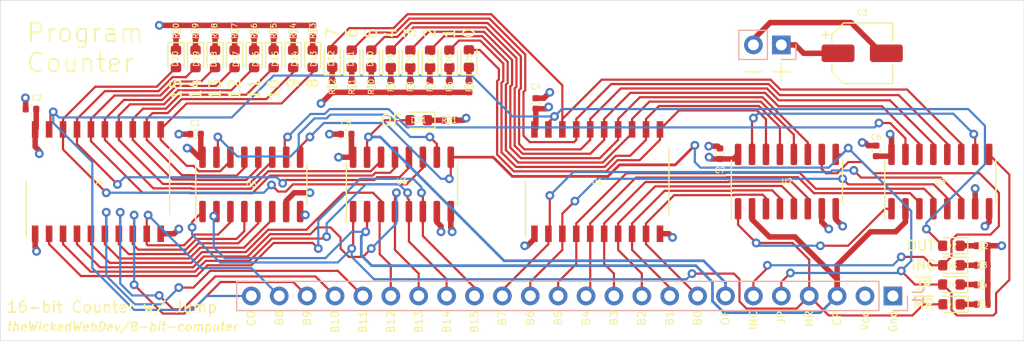
<source format=kicad_pcb>
(kicad_pcb (version 20171130) (host pcbnew "(5.1.10-1-10_14)")
  (layers (0 F.Cu signal) (1 In1.Cu signal) (2 In2.Cu signal) (31 B.Cu signal) (34 B.Paste user) (35 F.Paste user) (36 B.SilkS user) (37 F.SilkS user) (38 B.Mask user) (39 F.Mask user) (44 Edge.Cuts user))
  (net 0 "")
  (net 1 GND)
  (net 2 VCC)
  (net 3 ~RESET)
  (net 4 "Net-(D1-Pad1)")
  (net 5 CLOCK)
  (net 6 "Net-(D2-Pad1)")
  (net 7 INC)
  (net 8 "Net-(D3-Pad1)")
  (net 9 ~JUMP)
  (net 10 "Net-(D4-Pad1)")
  (net 11 PC_00)
  (net 12 "Net-(D5-Pad1)")
  (net 13 PC_01)
  (net 14 "Net-(D6-Pad1)")
  (net 15 PC_02)
  (net 16 "Net-(D7-Pad1)")
  (net 17 PC_03)
  (net 18 "Net-(D8-Pad1)")
  (net 19 PC_04)
  (net 20 "Net-(D9-Pad1)")
  (net 21 PC_05)
  (net 22 "Net-(D10-Pad1)")
  (net 23 PC_06)
  (net 24 "Net-(D11-Pad1)")
  (net 25 PC_07)
  (net 26 "Net-(D12-Pad1)")
  (net 27 PC_08)
  (net 28 "Net-(D13-Pad1)")
  (net 29 PC_09)
  (net 30 "Net-(D14-Pad1)")
  (net 31 PC_10)
  (net 32 "Net-(D15-Pad1)")
  (net 33 PC_11)
  (net 34 "Net-(D16-Pad1)")
  (net 35 PC_12)
  (net 36 "Net-(D17-Pad1)")
  (net 37 PC_13)
  (net 38 "Net-(D18-Pad1)")
  (net 39 PC_14)
  (net 40 "Net-(D19-Pad1)")
  (net 41 PC_15)
  (net 42 "Net-(D20-Pad1)")
  (net 43 BUS_00)
  (net 44 BUS_01)
  (net 45 BUS_02)
  (net 46 BUS_03)
  (net 47 BUS_04)
  (net 48 BUS_05)
  (net 49 BUS_06)
  (net 50 BUS_07)
  (net 51 BUS_08)
  (net 52 BUS_09)
  (net 53 BUS_10)
  (net 54 BUS_11)
  (net 55 BUS_12)
  (net 56 BUS_13)
  (net 57 BUS_14)
  (net 58 BUS_15)
  (net 59 OVERFLOW)
  (net 60 PC_OUT)
  (net 61 "Net-(U2-Pad15)")
  (net 62 "Net-(U3-Pad15)")
  (net 63 "Net-(U5-Pad15)")
  (net 64 "Net-(D21-Pad1)")
  (module Resistor_SMD:R_0402_1005Metric (layer F.Cu) (at 175.516 64.516)
    (fp_text reference R2 (at 0.096 0.046) (layer F.SilkS) (effects (font (size 0.5 0.5) (thickness 0.08))))
    (fp_text value 0402WGF1001TCE)
    (pad 2 smd roundrect (at 0.51 0) (size 0.54 0.64) (layers F.Cu F.Paste F.Mask) (net 1 GND))
    (pad 1 smd roundrect (at -0.51 0) (size 0.54 0.64) (layers F.Cu F.Paste F.Mask) (net 6 "Net-(D2-Pad1)"))
  )
  (module Connector_PinHeader_2.54mm:PinHeader_1x24_P2.54mm_Vertical (layer B.Cu) (at 167.386 69.088 90)
    (fp_text reference J1 (at 0 2.33 90) (layer B.SilkS) (effects (justify mirror)))
    (fp_text value Conn_01x24)
    (pad 24 thru_hole oval (at 0 -58.42 90) (size 1.7 1.7) (drill 1) (layers *.Cu *.Mask) (net 60 PC_OUT))
    (pad 23 thru_hole oval (at 0 -55.88 90) (size 1.7 1.7) (drill 1) (layers *.Cu *.Mask) (net 51 BUS_08))
    (pad 22 thru_hole oval (at 0 -53.34 90) (size 1.7 1.7) (drill 1) (layers *.Cu *.Mask) (net 52 BUS_09))
    (pad 21 thru_hole oval (at 0 -50.8 90) (size 1.7 1.7) (drill 1) (layers *.Cu *.Mask) (net 53 BUS_10))
    (pad 20 thru_hole oval (at 0 -48.26 90) (size 1.7 1.7) (drill 1) (layers *.Cu *.Mask) (net 54 BUS_11))
    (pad 19 thru_hole oval (at 0 -45.72 90) (size 1.7 1.7) (drill 1) (layers *.Cu *.Mask) (net 55 BUS_12))
    (pad 18 thru_hole oval (at 0 -43.18 90) (size 1.7 1.7) (drill 1) (layers *.Cu *.Mask) (net 56 BUS_13))
    (pad 17 thru_hole oval (at 0 -40.64 90) (size 1.7 1.7) (drill 1) (layers *.Cu *.Mask) (net 57 BUS_14))
    (pad 16 thru_hole oval (at 0 -38.1 90) (size 1.7 1.7) (drill 1) (layers *.Cu *.Mask) (net 58 BUS_15))
    (pad 15 thru_hole oval (at 0 -35.56 90) (size 1.7 1.7) (drill 1) (layers *.Cu *.Mask) (net 50 BUS_07))
    (pad 14 thru_hole oval (at 0 -33.02 90) (size 1.7 1.7) (drill 1) (layers *.Cu *.Mask) (net 49 BUS_06))
    (pad 13 thru_hole oval (at 0 -30.48 90) (size 1.7 1.7) (drill 1) (layers *.Cu *.Mask) (net 48 BUS_05))
    (pad 12 thru_hole oval (at 0 -27.94 90) (size 1.7 1.7) (drill 1) (layers *.Cu *.Mask) (net 47 BUS_04))
    (pad 11 thru_hole oval (at 0 -25.4 90) (size 1.7 1.7) (drill 1) (layers *.Cu *.Mask) (net 46 BUS_03))
    (pad 10 thru_hole oval (at 0 -22.86 90) (size 1.7 1.7) (drill 1) (layers *.Cu *.Mask) (net 45 BUS_02))
    (pad 9 thru_hole oval (at 0 -20.32 90) (size 1.7 1.7) (drill 1) (layers *.Cu *.Mask) (net 44 BUS_01))
    (pad 8 thru_hole oval (at 0 -17.78 90) (size 1.7 1.7) (drill 1) (layers *.Cu *.Mask) (net 43 BUS_00))
    (pad 7 thru_hole oval (at 0 -15.24 90) (size 1.7 1.7) (drill 1) (layers *.Cu *.Mask) (net 59 OVERFLOW))
    (pad 6 thru_hole oval (at 0 -12.7 90) (size 1.7 1.7) (drill 1) (layers *.Cu *.Mask) (net 7 INC))
    (pad 5 thru_hole oval (at 0 -10.16 90) (size 1.7 1.7) (drill 1) (layers *.Cu *.Mask) (net 9 ~JUMP))
    (pad 4 thru_hole oval (at 0 -7.62 90) (size 1.7 1.7) (drill 1) (layers *.Cu *.Mask) (net 3 ~RESET))
    (pad 3 thru_hole oval (at 0 -5.08 90) (size 1.7 1.7) (drill 1) (layers *.Cu *.Mask) (net 5 CLOCK))
    (pad 2 thru_hole oval (at 0 -2.54 90) (size 1.7 1.7) (drill 1) (layers *.Cu *.Mask) (net 2 VCC))
    (pad 1 thru_hole rect (at 0 0 90) (size 1.7 1.7) (drill 1) (layers *.Cu *.Mask) (net 1 GND))
  )
  (module LED_SMD:LED_0603_1608Metric (layer F.Cu) (at 172.72 64.516 180)
    (fp_text reference D2 (at 0 0) (layer F.SilkS) (effects (font (size 0.5 0.5) (thickness 0.08))))
    (fp_text value 19-217/BHC-ZL1M2RY/3T)
    (pad 2 smd roundrect (at 0.7875 0 180) (size 0.875 0.95) (layers F.Cu F.Paste F.Mask) (net 60 PC_OUT))
    (pad 1 smd roundrect (at -0.7875 0 180) (size 0.875 0.95) (layers F.Cu F.Paste F.Mask) (net 6 "Net-(D2-Pad1)"))
  )
  (module Connector_PinHeader_2.54mm:PinHeader_1x02_P2.54mm_Vertical (layer B.Cu) (at 157.226 46.228 90)
    (fp_text reference J2 hide)
    (fp_text value Conn_01x02_Male hide)
    (pad 2 thru_hole oval (at 0 -2.54 90) (size 1.7 1.7) (drill 1) (layers *.Cu *.Mask) (net 1 GND))
    (pad 1 thru_hole rect (at 0 0 90) (size 1.7 1.7) (drill 1) (layers *.Cu *.Mask) (net 2 VCC))
  )
  (module Resistor_SMD:R_0402_1005Metric (layer F.Cu) (at 126.998 53.086)
    (fp_text reference R21 (at 0 0) (layer F.SilkS) (effects (font (size 0.5 0.5) (thickness 0.08))))
    (fp_text value 0402WGF1001TCE)
    (pad 2 smd roundrect (at 0.51 0) (size 0.54 0.64) (layers F.Cu F.Paste F.Mask) (net 1 GND))
    (pad 1 smd roundrect (at -0.51 0) (size 0.54 0.64) (layers F.Cu F.Paste F.Mask) (net 64 "Net-(D21-Pad1)"))
  )
  (module LED_SMD:LED_0603_1608Metric (layer F.Cu) (at 124.206 53.086 180)
    (fp_text reference D21 (at 0 0) (layer F.SilkS) (effects (font (size 0.5 0.5) (thickness 0.08))))
    (fp_text value 19-217/BHC-ZL1M2RY/3T)
    (pad 2 smd roundrect (at 0.7875 0 180) (size 0.875 0.95) (layers F.Cu F.Paste F.Mask) (net 59 OVERFLOW))
    (pad 1 smd roundrect (at -0.7875 0 180) (size 0.875 0.95) (layers F.Cu F.Paste F.Mask) (net 64 "Net-(D21-Pad1)"))
  )
  (module Capacitor_SMD:C_0402_1005Metric (layer F.Cu) (at 151.638 56.134 90)
    (fp_text reference C7 (at -1.524 0 180) (layer F.SilkS) (effects (font (size 0.5 0.5) (thickness 0.08))))
    (fp_text value CL05A106MQ5NUNC)
    (pad 2 smd roundrect (at 0.48 0 90) (size 0.56 0.62) (layers F.Cu F.Paste F.Mask) (net 1 GND))
    (pad 1 smd roundrect (at -0.48 0 90) (size 0.56 0.62) (layers F.Cu F.Paste F.Mask) (net 2 VCC))
  )
  (module Capacitor_SMD:C_0402_1005Metric (layer F.Cu) (at 165.862 55.88 90)
    (fp_text reference C6 (at 1.27 0 180) (layer F.SilkS) (effects (font (size 0.5 0.5) (thickness 0.08))))
    (fp_text value CL05A106MQ5NUNC)
    (pad 2 smd roundrect (at 0.48 0 90) (size 0.56 0.62) (layers F.Cu F.Paste F.Mask) (net 1 GND))
    (pad 1 smd roundrect (at -0.48 0 90) (size 0.56 0.62) (layers F.Cu F.Paste F.Mask) (net 2 VCC))
  )
  (module Capacitor_SMD:C_0402_1005Metric (layer F.Cu) (at 117.602 54.356 180)
    (fp_text reference C5 (at 0 1.016) (layer F.SilkS) (effects (font (size 0.5 0.5) (thickness 0.08))))
    (fp_text value CL05A106MQ5NUNC)
    (pad 2 smd roundrect (at 0.48 0 180) (size 0.56 0.62) (layers F.Cu F.Paste F.Mask) (net 1 GND))
    (pad 1 smd roundrect (at -0.48 0 180) (size 0.56 0.62) (layers F.Cu F.Paste F.Mask) (net 2 VCC))
  )
  (module Capacitor_SMD:C_0402_1005Metric (layer F.Cu) (at 134.874 51.562 90)
    (fp_text reference C4 (at 1.524 0 180) (layer F.SilkS) (effects (font (size 0.5 0.5) (thickness 0.08))))
    (fp_text value CL05A106MQ5NUNC)
    (pad 2 smd roundrect (at 0.48 0 90) (size 0.56 0.62) (layers F.Cu F.Paste F.Mask) (net 1 GND))
    (pad 1 smd roundrect (at -0.48 0 90) (size 0.56 0.62) (layers F.Cu F.Paste F.Mask) (net 2 VCC))
  )
  (module Package_SO:SOIC-16_3.9x9.9mm_P1.27mm (layer F.Cu) (at 122.682 58.928 90)
    (fp_text reference U6 (at 0.254 0 180) (layer F.SilkS) (effects (font (size 0.5 0.5) (thickness 0.08))))
    (fp_text value SN74HC161DR)
    (pad 16 smd roundrect (at 2.475 -4.445 90) (size 1.95 0.6) (layers F.Cu F.Paste F.Mask) (net 2 VCC))
    (pad 15 smd roundrect (at 2.475 -3.175 90) (size 1.95 0.6) (layers F.Cu F.Paste F.Mask) (net 59 OVERFLOW))
    (pad 14 smd roundrect (at 2.475 -1.905 90) (size 1.95 0.6) (layers F.Cu F.Paste F.Mask) (net 35 PC_12))
    (pad 13 smd roundrect (at 2.475 -0.635 90) (size 1.95 0.6) (layers F.Cu F.Paste F.Mask) (net 37 PC_13))
    (pad 12 smd roundrect (at 2.475 0.635 90) (size 1.95 0.6) (layers F.Cu F.Paste F.Mask) (net 39 PC_14))
    (pad 11 smd roundrect (at 2.475 1.905 90) (size 1.95 0.6) (layers F.Cu F.Paste F.Mask) (net 41 PC_15))
    (pad 10 smd roundrect (at 2.475 3.175 90) (size 1.95 0.6) (layers F.Cu F.Paste F.Mask) (net 63 "Net-(U5-Pad15)"))
    (pad 9 smd roundrect (at 2.475 4.445 90) (size 1.95 0.6) (layers F.Cu F.Paste F.Mask) (net 9 ~JUMP))
    (pad 8 smd roundrect (at -2.475 4.445 90) (size 1.95 0.6) (layers F.Cu F.Paste F.Mask) (net 1 GND))
    (pad 7 smd roundrect (at -2.475 3.175 90) (size 1.95 0.6) (layers F.Cu F.Paste F.Mask) (net 2 VCC))
    (pad 6 smd roundrect (at -2.475 1.905 90) (size 1.95 0.6) (layers F.Cu F.Paste F.Mask) (net 58 BUS_15))
    (pad 5 smd roundrect (at -2.475 0.635 90) (size 1.95 0.6) (layers F.Cu F.Paste F.Mask) (net 57 BUS_14))
    (pad 4 smd roundrect (at -2.475 -0.635 90) (size 1.95 0.6) (layers F.Cu F.Paste F.Mask) (net 56 BUS_13))
    (pad 3 smd roundrect (at -2.475 -1.905 90) (size 1.95 0.6) (layers F.Cu F.Paste F.Mask) (net 55 BUS_12))
    (pad 2 smd roundrect (at -2.475 -3.175 90) (size 1.95 0.6) (layers F.Cu F.Paste F.Mask) (net 5 CLOCK))
    (pad 1 smd roundrect (at -2.475 -4.445 90) (size 1.95 0.6) (layers F.Cu F.Paste F.Mask) (net 3 ~RESET))
  )
  (module Package_SO:SOIC-16_3.9x9.9mm_P1.27mm (layer F.Cu) (at 108.966 58.928 90)
    (fp_text reference U5 (at 0 0 180) (layer F.SilkS) (effects (font (size 0.5 0.5) (thickness 0.08))))
    (fp_text value SN74HC161DR)
    (pad 16 smd roundrect (at 2.475 -4.445 90) (size 1.95 0.6) (layers F.Cu F.Paste F.Mask) (net 2 VCC))
    (pad 15 smd roundrect (at 2.475 -3.175 90) (size 1.95 0.6) (layers F.Cu F.Paste F.Mask) (net 63 "Net-(U5-Pad15)"))
    (pad 14 smd roundrect (at 2.475 -1.905 90) (size 1.95 0.6) (layers F.Cu F.Paste F.Mask) (net 27 PC_08))
    (pad 13 smd roundrect (at 2.475 -0.635 90) (size 1.95 0.6) (layers F.Cu F.Paste F.Mask) (net 29 PC_09))
    (pad 12 smd roundrect (at 2.475 0.635 90) (size 1.95 0.6) (layers F.Cu F.Paste F.Mask) (net 31 PC_10))
    (pad 11 smd roundrect (at 2.475 1.905 90) (size 1.95 0.6) (layers F.Cu F.Paste F.Mask) (net 33 PC_11))
    (pad 10 smd roundrect (at 2.475 3.175 90) (size 1.95 0.6) (layers F.Cu F.Paste F.Mask) (net 62 "Net-(U3-Pad15)"))
    (pad 9 smd roundrect (at 2.475 4.445 90) (size 1.95 0.6) (layers F.Cu F.Paste F.Mask) (net 9 ~JUMP))
    (pad 8 smd roundrect (at -2.475 4.445 90) (size 1.95 0.6) (layers F.Cu F.Paste F.Mask) (net 1 GND))
    (pad 7 smd roundrect (at -2.475 3.175 90) (size 1.95 0.6) (layers F.Cu F.Paste F.Mask) (net 2 VCC))
    (pad 6 smd roundrect (at -2.475 1.905 90) (size 1.95 0.6) (layers F.Cu F.Paste F.Mask) (net 54 BUS_11))
    (pad 5 smd roundrect (at -2.475 0.635 90) (size 1.95 0.6) (layers F.Cu F.Paste F.Mask) (net 53 BUS_10))
    (pad 4 smd roundrect (at -2.475 -0.635 90) (size 1.95 0.6) (layers F.Cu F.Paste F.Mask) (net 52 BUS_09))
    (pad 3 smd roundrect (at -2.475 -1.905 90) (size 1.95 0.6) (layers F.Cu F.Paste F.Mask) (net 51 BUS_08))
    (pad 2 smd roundrect (at -2.475 -3.175 90) (size 1.95 0.6) (layers F.Cu F.Paste F.Mask) (net 5 CLOCK))
    (pad 1 smd roundrect (at -2.475 -4.445 90) (size 1.95 0.6) (layers F.Cu F.Paste F.Mask) (net 3 ~RESET))
  )
  (module Package_SO:SO-20_12.8x7.5mm_P1.27mm (layer F.Cu) (at 94.996 58.674 90)
    (fp_text reference U4 (at 0 0 180) (layer F.SilkS) (effects (font (size 0.5 0.5) (thickness 0.08))))
    (fp_text value 74HC245D,653)
    (pad 20 smd rect (at 4.75 -5.715 90) (size 1.5 0.6) (layers F.Cu F.Paste F.Mask) (net 2 VCC))
    (pad 19 smd rect (at 4.75 -4.445 90) (size 1.5 0.6) (layers F.Cu F.Paste F.Mask) (net 60 PC_OUT))
    (pad 18 smd rect (at 4.75 -3.175 90) (size 1.5 0.6) (layers F.Cu F.Paste F.Mask) (net 41 PC_15))
    (pad 17 smd rect (at 4.75 -1.905 90) (size 1.5 0.6) (layers F.Cu F.Paste F.Mask) (net 39 PC_14))
    (pad 16 smd rect (at 4.75 -0.635 90) (size 1.5 0.6) (layers F.Cu F.Paste F.Mask) (net 37 PC_13))
    (pad 15 smd rect (at 4.75 0.635 90) (size 1.5 0.6) (layers F.Cu F.Paste F.Mask) (net 35 PC_12))
    (pad 14 smd rect (at 4.75 1.905 90) (size 1.5 0.6) (layers F.Cu F.Paste F.Mask) (net 33 PC_11))
    (pad 13 smd rect (at 4.75 3.175 90) (size 1.5 0.6) (layers F.Cu F.Paste F.Mask) (net 31 PC_10))
    (pad 12 smd rect (at 4.75 4.445 90) (size 1.5 0.6) (layers F.Cu F.Paste F.Mask) (net 29 PC_09))
    (pad 11 smd rect (at 4.75 5.715 90) (size 1.5 0.6) (layers F.Cu F.Paste F.Mask) (net 27 PC_08))
    (pad 10 smd rect (at -4.75 5.715 90) (size 1.5 0.6) (layers F.Cu F.Paste F.Mask) (net 1 GND))
    (pad 9 smd rect (at -4.75 4.445 90) (size 1.5 0.6) (layers F.Cu F.Paste F.Mask) (net 51 BUS_08))
    (pad 8 smd rect (at -4.75 3.175 90) (size 1.5 0.6) (layers F.Cu F.Paste F.Mask) (net 52 BUS_09))
    (pad 7 smd rect (at -4.75 1.905 90) (size 1.5 0.6) (layers F.Cu F.Paste F.Mask) (net 53 BUS_10))
    (pad 1 smd rect (at -4.75 -5.715 90) (size 1.5 0.6) (layers F.Cu F.Paste F.Mask) (net 1 GND))
    (pad 2 smd rect (at -4.75 -4.445 90) (size 1.5 0.6) (layers F.Cu F.Paste F.Mask) (net 58 BUS_15))
    (pad 3 smd rect (at -4.75 -3.175 90) (size 1.5 0.6) (layers F.Cu F.Paste F.Mask) (net 57 BUS_14))
    (pad 4 smd rect (at -4.75 -1.905 90) (size 1.5 0.6) (layers F.Cu F.Paste F.Mask) (net 56 BUS_13))
    (pad 5 smd rect (at -4.75 -0.635 90) (size 1.5 0.6) (layers F.Cu F.Paste F.Mask) (net 55 BUS_12))
    (pad 6 smd rect (at -4.75 0.635 90) (size 1.5 0.6) (layers F.Cu F.Paste F.Mask) (net 54 BUS_11))
  )
  (module Package_SO:SOIC-16_3.9x9.9mm_P1.27mm (layer F.Cu) (at 171.704 58.674 90)
    (fp_text reference U3 (at 0 0 180) (layer F.SilkS) (effects (font (size 0.5 0.5) (thickness 0.08))))
    (fp_text value SN74HC161DR)
    (pad 16 smd roundrect (at 2.475 -4.445 90) (size 1.95 0.6) (layers F.Cu F.Paste F.Mask) (net 2 VCC))
    (pad 15 smd roundrect (at 2.475 -3.175 90) (size 1.95 0.6) (layers F.Cu F.Paste F.Mask) (net 62 "Net-(U3-Pad15)"))
    (pad 14 smd roundrect (at 2.475 -1.905 90) (size 1.95 0.6) (layers F.Cu F.Paste F.Mask) (net 19 PC_04))
    (pad 13 smd roundrect (at 2.475 -0.635 90) (size 1.95 0.6) (layers F.Cu F.Paste F.Mask) (net 21 PC_05))
    (pad 12 smd roundrect (at 2.475 0.635 90) (size 1.95 0.6) (layers F.Cu F.Paste F.Mask) (net 23 PC_06))
    (pad 11 smd roundrect (at 2.475 1.905 90) (size 1.95 0.6) (layers F.Cu F.Paste F.Mask) (net 25 PC_07))
    (pad 10 smd roundrect (at 2.475 3.175 90) (size 1.95 0.6) (layers F.Cu F.Paste F.Mask) (net 61 "Net-(U2-Pad15)"))
    (pad 9 smd roundrect (at 2.475 4.445 90) (size 1.95 0.6) (layers F.Cu F.Paste F.Mask) (net 9 ~JUMP))
    (pad 8 smd roundrect (at -2.475 4.445 90) (size 1.95 0.6) (layers F.Cu F.Paste F.Mask) (net 1 GND))
    (pad 7 smd roundrect (at -2.475 3.175 90) (size 1.95 0.6) (layers F.Cu F.Paste F.Mask) (net 2 VCC))
    (pad 6 smd roundrect (at -2.475 1.905 90) (size 1.95 0.6) (layers F.Cu F.Paste F.Mask) (net 50 BUS_07))
    (pad 5 smd roundrect (at -2.475 0.635 90) (size 1.95 0.6) (layers F.Cu F.Paste F.Mask) (net 49 BUS_06))
    (pad 4 smd roundrect (at -2.475 -0.635 90) (size 1.95 0.6) (layers F.Cu F.Paste F.Mask) (net 48 BUS_05))
    (pad 3 smd roundrect (at -2.475 -1.905 90) (size 1.95 0.6) (layers F.Cu F.Paste F.Mask) (net 47 BUS_04))
    (pad 2 smd roundrect (at -2.475 -3.175 90) (size 1.95 0.6) (layers F.Cu F.Paste F.Mask) (net 5 CLOCK))
    (pad 1 smd roundrect (at -2.475 -4.445 90) (size 1.95 0.6) (layers F.Cu F.Paste F.Mask) (net 3 ~RESET))
  )
  (module Package_SO:SOIC-16_3.9x9.9mm_P1.27mm (layer F.Cu) (at 157.734 58.674 90)
    (fp_text reference U2 (at 0 0 180) (layer F.SilkS) (effects (font (size 0.5 0.5) (thickness 0.08))))
    (fp_text value SN74HC161DR)
    (pad 16 smd roundrect (at 2.475 -4.445 90) (size 1.95 0.6) (layers F.Cu F.Paste F.Mask) (net 2 VCC))
    (pad 15 smd roundrect (at 2.475 -3.175 90) (size 1.95 0.6) (layers F.Cu F.Paste F.Mask) (net 61 "Net-(U2-Pad15)"))
    (pad 14 smd roundrect (at 2.475 -1.905 90) (size 1.95 0.6) (layers F.Cu F.Paste F.Mask) (net 11 PC_00))
    (pad 13 smd roundrect (at 2.475 -0.635 90) (size 1.95 0.6) (layers F.Cu F.Paste F.Mask) (net 13 PC_01))
    (pad 12 smd roundrect (at 2.475 0.635 90) (size 1.95 0.6) (layers F.Cu F.Paste F.Mask) (net 15 PC_02))
    (pad 11 smd roundrect (at 2.475 1.905 90) (size 1.95 0.6) (layers F.Cu F.Paste F.Mask) (net 17 PC_03))
    (pad 10 smd roundrect (at 2.475 3.175 90) (size 1.95 0.6) (layers F.Cu F.Paste F.Mask) (net 7 INC))
    (pad 9 smd roundrect (at 2.475 4.445 90) (size 1.95 0.6) (layers F.Cu F.Paste F.Mask) (net 9 ~JUMP))
    (pad 8 smd roundrect (at -2.475 4.445 90) (size 1.95 0.6) (layers F.Cu F.Paste F.Mask) (net 1 GND))
    (pad 7 smd roundrect (at -2.475 3.175 90) (size 1.95 0.6) (layers F.Cu F.Paste F.Mask) (net 2 VCC))
    (pad 6 smd roundrect (at -2.475 1.905 90) (size 1.95 0.6) (layers F.Cu F.Paste F.Mask) (net 46 BUS_03))
    (pad 5 smd roundrect (at -2.475 0.635 90) (size 1.95 0.6) (layers F.Cu F.Paste F.Mask) (net 45 BUS_02))
    (pad 4 smd roundrect (at -2.475 -0.635 90) (size 1.95 0.6) (layers F.Cu F.Paste F.Mask) (net 44 BUS_01))
    (pad 3 smd roundrect (at -2.475 -1.905 90) (size 1.95 0.6) (layers F.Cu F.Paste F.Mask) (net 43 BUS_00))
    (pad 2 smd roundrect (at -2.475 -3.175 90) (size 1.95 0.6) (layers F.Cu F.Paste F.Mask) (net 5 CLOCK))
    (pad 1 smd roundrect (at -2.475 -4.445 90) (size 1.95 0.6) (layers F.Cu F.Paste F.Mask) (net 3 ~RESET))
  )
  (module Package_SO:SO-20_12.8x7.5mm_P1.27mm (layer F.Cu) (at 140.462 58.674 90)
    (fp_text reference U1 (at 0 0 180) (layer F.SilkS) (effects (font (size 0.5 0.5) (thickness 0.08))))
    (fp_text value 74HC245D,653)
    (pad 20 smd rect (at 4.75 -5.715 90) (size 1.5 0.6) (layers F.Cu F.Paste F.Mask) (net 2 VCC))
    (pad 19 smd rect (at 4.75 -4.445 90) (size 1.5 0.6) (layers F.Cu F.Paste F.Mask) (net 60 PC_OUT))
    (pad 18 smd rect (at 4.75 -3.175 90) (size 1.5 0.6) (layers F.Cu F.Paste F.Mask) (net 25 PC_07))
    (pad 17 smd rect (at 4.75 -1.905 90) (size 1.5 0.6) (layers F.Cu F.Paste F.Mask) (net 23 PC_06))
    (pad 16 smd rect (at 4.75 -0.635 90) (size 1.5 0.6) (layers F.Cu F.Paste F.Mask) (net 21 PC_05))
    (pad 15 smd rect (at 4.75 0.635 90) (size 1.5 0.6) (layers F.Cu F.Paste F.Mask) (net 19 PC_04))
    (pad 14 smd rect (at 4.75 1.905 90) (size 1.5 0.6) (layers F.Cu F.Paste F.Mask) (net 17 PC_03))
    (pad 13 smd rect (at 4.75 3.175 90) (size 1.5 0.6) (layers F.Cu F.Paste F.Mask) (net 15 PC_02))
    (pad 12 smd rect (at 4.75 4.445 90) (size 1.5 0.6) (layers F.Cu F.Paste F.Mask) (net 13 PC_01))
    (pad 11 smd rect (at 4.75 5.715 90) (size 1.5 0.6) (layers F.Cu F.Paste F.Mask) (net 11 PC_00))
    (pad 10 smd rect (at -4.75 5.715 90) (size 1.5 0.6) (layers F.Cu F.Paste F.Mask) (net 1 GND))
    (pad 9 smd rect (at -4.75 4.445 90) (size 1.5 0.6) (layers F.Cu F.Paste F.Mask) (net 43 BUS_00))
    (pad 8 smd rect (at -4.75 3.175 90) (size 1.5 0.6) (layers F.Cu F.Paste F.Mask) (net 44 BUS_01))
    (pad 7 smd rect (at -4.75 1.905 90) (size 1.5 0.6) (layers F.Cu F.Paste F.Mask) (net 45 BUS_02))
    (pad 1 smd rect (at -4.75 -5.715 90) (size 1.5 0.6) (layers F.Cu F.Paste F.Mask) (net 1 GND))
    (pad 2 smd rect (at -4.75 -4.445 90) (size 1.5 0.6) (layers F.Cu F.Paste F.Mask) (net 50 BUS_07))
    (pad 3 smd rect (at -4.75 -3.175 90) (size 1.5 0.6) (layers F.Cu F.Paste F.Mask) (net 49 BUS_06))
    (pad 4 smd rect (at -4.75 -1.905 90) (size 1.5 0.6) (layers F.Cu F.Paste F.Mask) (net 48 BUS_05))
    (pad 5 smd rect (at -4.75 -0.635 90) (size 1.5 0.6) (layers F.Cu F.Paste F.Mask) (net 47 BUS_04))
    (pad 6 smd rect (at -4.75 0.635 90) (size 1.5 0.6) (layers F.Cu F.Paste F.Mask) (net 46 BUS_03))
  )
  (module Resistor_SMD:R_0402_1005Metric (layer F.Cu) (at 102.108 44.958 90)
    (fp_text reference R20 (at 0 0 90) (layer F.SilkS) (effects (font (size 0.5 0.5) (thickness 0.08))))
    (fp_text value 0402WGF1001TCE)
    (pad 2 smd roundrect (at 0.51 0 90) (size 0.54 0.64) (layers F.Cu F.Paste F.Mask) (net 1 GND))
    (pad 1 smd roundrect (at -0.51 0 90) (size 0.54 0.64) (layers F.Cu F.Paste F.Mask) (net 42 "Net-(D20-Pad1)"))
  )
  (module Resistor_SMD:R_0402_1005Metric (layer F.Cu) (at 103.886 44.958 90)
    (fp_text reference R19 (at 0 0 90) (layer F.SilkS) (effects (font (size 0.5 0.5) (thickness 0.08))))
    (fp_text value 0402WGF1001TCE)
    (pad 2 smd roundrect (at 0.51 0 90) (size 0.54 0.64) (layers F.Cu F.Paste F.Mask) (net 1 GND))
    (pad 1 smd roundrect (at -0.51 0 90) (size 0.54 0.64) (layers F.Cu F.Paste F.Mask) (net 40 "Net-(D19-Pad1)"))
  )
  (module Resistor_SMD:R_0402_1005Metric (layer F.Cu) (at 105.664 44.958 90)
    (fp_text reference R18 (at 0 -0.052 90) (layer F.SilkS) (effects (font (size 0.5 0.5) (thickness 0.08))))
    (fp_text value 0402WGF1001TCE)
    (pad 2 smd roundrect (at 0.51 0 90) (size 0.54 0.64) (layers F.Cu F.Paste F.Mask) (net 1 GND))
    (pad 1 smd roundrect (at -0.51 0 90) (size 0.54 0.64) (layers F.Cu F.Paste F.Mask) (net 38 "Net-(D18-Pad1)"))
  )
  (module Resistor_SMD:R_0402_1005Metric (layer F.Cu) (at 107.442 44.958 90)
    (fp_text reference R17 (at 0 0 90) (layer F.SilkS) (effects (font (size 0.5 0.5) (thickness 0.08))))
    (fp_text value 0402WGF1001TCE)
    (pad 2 smd roundrect (at 0.51 0 90) (size 0.54 0.64) (layers F.Cu F.Paste F.Mask) (net 1 GND))
    (pad 1 smd roundrect (at -0.51 0 90) (size 0.54 0.64) (layers F.Cu F.Paste F.Mask) (net 36 "Net-(D17-Pad1)"))
  )
  (module Resistor_SMD:R_0402_1005Metric (layer F.Cu) (at 109.22 44.96 90)
    (fp_text reference R16 (at 0 0 90) (layer F.SilkS) (effects (font (size 0.5 0.5) (thickness 0.08))))
    (fp_text value 0402WGF1001TCE)
    (pad 2 smd roundrect (at 0.51 0 90) (size 0.54 0.64) (layers F.Cu F.Paste F.Mask) (net 1 GND))
    (pad 1 smd roundrect (at -0.51 0 90) (size 0.54 0.64) (layers F.Cu F.Paste F.Mask) (net 34 "Net-(D16-Pad1)"))
  )
  (module Resistor_SMD:R_0402_1005Metric (layer F.Cu) (at 110.998 44.96 90)
    (fp_text reference R15 (at 0 0 90) (layer F.SilkS) (effects (font (size 0.5 0.5) (thickness 0.08))))
    (fp_text value 0402WGF1001TCE)
    (pad 2 smd roundrect (at 0.51 0 90) (size 0.54 0.64) (layers F.Cu F.Paste F.Mask) (net 1 GND))
    (pad 1 smd roundrect (at -0.51 0 90) (size 0.54 0.64) (layers F.Cu F.Paste F.Mask) (net 32 "Net-(D15-Pad1)"))
  )
  (module Resistor_SMD:R_0402_1005Metric (layer F.Cu) (at 112.776 44.96 90)
    (fp_text reference R14 (at 0.002 0 90) (layer F.SilkS) (effects (font (size 0.5 0.5) (thickness 0.08))))
    (fp_text value 0402WGF1001TCE)
    (pad 2 smd roundrect (at 0.51 0 90) (size 0.54 0.64) (layers F.Cu F.Paste F.Mask) (net 1 GND))
    (pad 1 smd roundrect (at -0.51 0 90) (size 0.54 0.64) (layers F.Cu F.Paste F.Mask) (net 30 "Net-(D14-Pad1)"))
  )
  (module Resistor_SMD:R_0402_1005Metric (layer F.Cu) (at 114.554 44.96 90)
    (fp_text reference R13 (at 0 0 90) (layer F.SilkS) (effects (font (size 0.5 0.5) (thickness 0.08))))
    (fp_text value 0402WGF1001TCE)
    (pad 2 smd roundrect (at 0.51 0 90) (size 0.54 0.64) (layers F.Cu F.Paste F.Mask) (net 1 GND))
    (pad 1 smd roundrect (at -0.51 0 90) (size 0.54 0.64) (layers F.Cu F.Paste F.Mask) (net 28 "Net-(D13-Pad1)"))
  )
  (module Resistor_SMD:R_0402_1005Metric (layer F.Cu) (at 116.332 50.036 270)
    (fp_text reference R12 (at 0.002 0 90) (layer F.SilkS) (effects (font (size 0.5 0.5) (thickness 0.08))))
    (fp_text value 0402WGF1001TCE)
    (pad 2 smd roundrect (at 0.51 0 270) (size 0.54 0.64) (layers F.Cu F.Paste F.Mask) (net 1 GND))
    (pad 1 smd roundrect (at -0.51 0 270) (size 0.54 0.64) (layers F.Cu F.Paste F.Mask) (net 26 "Net-(D12-Pad1)"))
  )
  (module Resistor_SMD:R_0402_1005Metric (layer F.Cu) (at 118.11 50.036 270)
    (fp_text reference R11 (at 0 0 90) (layer F.SilkS) (effects (font (size 0.5 0.5) (thickness 0.08))))
    (fp_text value 0402WGF1001TCE)
    (pad 2 smd roundrect (at 0.51 0 270) (size 0.54 0.64) (layers F.Cu F.Paste F.Mask) (net 1 GND))
    (pad 1 smd roundrect (at -0.51 0 270) (size 0.54 0.64) (layers F.Cu F.Paste F.Mask) (net 24 "Net-(D11-Pad1)"))
  )
  (module Resistor_SMD:R_0402_1005Metric (layer F.Cu) (at 119.888 50.04 270)
    (fp_text reference R10 (at 0 0 90) (layer F.SilkS) (effects (font (size 0.5 0.5) (thickness 0.08))))
    (fp_text value 0402WGF1001TCE)
    (pad 2 smd roundrect (at 0.51 0 270) (size 0.54 0.64) (layers F.Cu F.Paste F.Mask) (net 1 GND))
    (pad 1 smd roundrect (at -0.51 0 270) (size 0.54 0.64) (layers F.Cu F.Paste F.Mask) (net 22 "Net-(D10-Pad1)"))
  )
  (module Resistor_SMD:R_0402_1005Metric (layer F.Cu) (at 121.666 50.038 270)
    (fp_text reference R9 (at 0 0 90) (layer F.SilkS) (effects (font (size 0.5 0.5) (thickness 0.08))))
    (fp_text value 0402WGF1001TCE)
    (pad 2 smd roundrect (at 0.51 0 270) (size 0.54 0.64) (layers F.Cu F.Paste F.Mask) (net 1 GND))
    (pad 1 smd roundrect (at -0.51 0 270) (size 0.54 0.64) (layers F.Cu F.Paste F.Mask) (net 20 "Net-(D9-Pad1)"))
  )
  (module Resistor_SMD:R_0402_1005Metric (layer F.Cu) (at 123.444 50.036 270)
    (fp_text reference R8 (at 0 0 90) (layer F.SilkS) (effects (font (size 0.5 0.5) (thickness 0.08))))
    (fp_text value 0402WGF1001TCE)
    (pad 2 smd roundrect (at 0.51 0 270) (size 0.54 0.64) (layers F.Cu F.Paste F.Mask) (net 1 GND))
    (pad 1 smd roundrect (at -0.51 0 270) (size 0.54 0.64) (layers F.Cu F.Paste F.Mask) (net 18 "Net-(D8-Pad1)"))
  )
  (module Resistor_SMD:R_0402_1005Metric (layer F.Cu) (at 125.222 50.036 270)
    (fp_text reference R7 (at 0.002 0 90) (layer F.SilkS) (effects (font (size 0.5 0.5) (thickness 0.08))))
    (fp_text value 0402WGF1001TCE)
    (pad 2 smd roundrect (at 0.51 0 270) (size 0.54 0.64) (layers F.Cu F.Paste F.Mask) (net 1 GND))
    (pad 1 smd roundrect (at -0.51 0 270) (size 0.54 0.64) (layers F.Cu F.Paste F.Mask) (net 16 "Net-(D7-Pad1)"))
  )
  (module Resistor_SMD:R_0402_1005Metric (layer F.Cu) (at 127 50.038 270)
    (fp_text reference R6 (at 0 0 90) (layer F.SilkS) (effects (font (size 0.5 0.5) (thickness 0.08))))
    (fp_text value 0402WGF1001TCE)
    (pad 2 smd roundrect (at 0.51 0 270) (size 0.54 0.64) (layers F.Cu F.Paste F.Mask) (net 1 GND))
    (pad 1 smd roundrect (at -0.51 0 270) (size 0.54 0.64) (layers F.Cu F.Paste F.Mask) (net 14 "Net-(D6-Pad1)"))
  )
  (module Resistor_SMD:R_0402_1005Metric (layer F.Cu) (at 128.778 50.038 270)
    (fp_text reference R5 (at 0 0 90) (layer F.SilkS) (effects (font (size 0.5 0.5) (thickness 0.08))))
    (fp_text value 0402WGF1001TCE)
    (pad 2 smd roundrect (at 0.51 0 270) (size 0.54 0.64) (layers F.Cu F.Paste F.Mask) (net 1 GND))
    (pad 1 smd roundrect (at -0.51 0 270) (size 0.54 0.64) (layers F.Cu F.Paste F.Mask) (net 12 "Net-(D5-Pad1)"))
  )
  (module Resistor_SMD:R_0402_1005Metric (layer F.Cu) (at 175.514 68.072)
    (fp_text reference R4 (at 0 0) (layer F.SilkS) (effects (font (size 0.5 0.5) (thickness 0.08))))
    (fp_text value 0402WGF1001TCE)
    (pad 2 smd roundrect (at 0.51 0) (size 0.54 0.64) (layers F.Cu F.Paste F.Mask) (net 1 GND))
    (pad 1 smd roundrect (at -0.51 0) (size 0.54 0.64) (layers F.Cu F.Paste F.Mask) (net 10 "Net-(D4-Pad1)"))
  )
  (module Resistor_SMD:R_0402_1005Metric (layer F.Cu) (at 175.514 66.294)
    (fp_text reference R3 (at 0 0) (layer F.SilkS) (effects (font (size 0.5 0.5) (thickness 0.08))))
    (fp_text value 0402WGF1001TCE)
    (pad 2 smd roundrect (at 0.51 0) (size 0.54 0.64) (layers F.Cu F.Paste F.Mask) (net 1 GND))
    (pad 1 smd roundrect (at -0.51 0) (size 0.54 0.64) (layers F.Cu F.Paste F.Mask) (net 8 "Net-(D3-Pad1)"))
  )
  (module Resistor_SMD:R_0402_1005Metric (layer F.Cu) (at 175.514 69.85)
    (fp_text reference R1 (at 0 0) (layer F.SilkS) (effects (font (size 0.5 0.5) (thickness 0.08))))
    (fp_text value 0402WGF1001TCE)
    (pad 2 smd roundrect (at 0.51 0) (size 0.54 0.64) (layers F.Cu F.Paste F.Mask) (net 1 GND))
    (pad 1 smd roundrect (at -0.51 0) (size 0.54 0.64) (layers F.Cu F.Paste F.Mask) (net 4 "Net-(D1-Pad1)"))
  )
  (module LED_SMD:LED_0603_1608Metric (layer F.Cu) (at 102.108 47.498 270)
    (fp_text reference D20 (at 0 0.072 90) (layer F.SilkS) (effects (font (size 0.5 0.5) (thickness 0.08))))
    (fp_text value 19-217/GHC-YR1S2/3T)
    (pad 2 smd roundrect (at 0.7875 0 270) (size 0.875 0.95) (layers F.Cu F.Paste F.Mask) (net 41 PC_15))
    (pad 1 smd roundrect (at -0.7875 0 270) (size 0.875 0.95) (layers F.Cu F.Paste F.Mask) (net 42 "Net-(D20-Pad1)"))
  )
  (module LED_SMD:LED_0603_1608Metric (layer F.Cu) (at 103.886 47.498 270)
    (fp_text reference D19 (at 0 -0.072 90) (layer F.SilkS) (effects (font (size 0.5 0.5) (thickness 0.08))))
    (fp_text value 19-217/GHC-YR1S2/3T)
    (pad 2 smd roundrect (at 0.7875 0 270) (size 0.875 0.95) (layers F.Cu F.Paste F.Mask) (net 39 PC_14))
    (pad 1 smd roundrect (at -0.7875 0 270) (size 0.875 0.95) (layers F.Cu F.Paste F.Mask) (net 40 "Net-(D19-Pad1)"))
  )
  (module LED_SMD:LED_0603_1608Metric (layer F.Cu) (at 105.664 47.498 270)
    (fp_text reference D18 (at 0.044 0.122 90) (layer F.SilkS) (effects (font (size 0.5 0.5) (thickness 0.08))))
    (fp_text value 19-217/GHC-YR1S2/3T)
    (pad 2 smd roundrect (at 0.7875 0 270) (size 0.875 0.95) (layers F.Cu F.Paste F.Mask) (net 37 PC_13))
    (pad 1 smd roundrect (at -0.7875 0 270) (size 0.875 0.95) (layers F.Cu F.Paste F.Mask) (net 38 "Net-(D18-Pad1)"))
  )
  (module LED_SMD:LED_0603_1608Metric (layer F.Cu) (at 107.442 47.498 270)
    (fp_text reference D17 (at 0.03 -0.132 90) (layer F.SilkS) (effects (font (size 0.5 0.5) (thickness 0.08))))
    (fp_text value 19-217/GHC-YR1S2/3T)
    (pad 2 smd roundrect (at 0.7875 0 270) (size 0.875 0.95) (layers F.Cu F.Paste F.Mask) (net 35 PC_12))
    (pad 1 smd roundrect (at -0.7875 0 270) (size 0.875 0.95) (layers F.Cu F.Paste F.Mask) (net 36 "Net-(D17-Pad1)"))
  )
  (module LED_SMD:LED_0603_1608Metric (layer F.Cu) (at 109.22 47.498 270)
    (fp_text reference D16 (at 0.016 -0.132 90) (layer F.SilkS) (effects (font (size 0.5 0.5) (thickness 0.08))))
    (fp_text value 19-217/GHC-YR1S2/3T)
    (pad 2 smd roundrect (at 0.7875 0 270) (size 0.875 0.95) (layers F.Cu F.Paste F.Mask) (net 33 PC_11))
    (pad 1 smd roundrect (at -0.7875 0 270) (size 0.875 0.95) (layers F.Cu F.Paste F.Mask) (net 34 "Net-(D16-Pad1)"))
  )
  (module LED_SMD:LED_0603_1608Metric (layer F.Cu) (at 110.998 47.498 270)
    (fp_text reference D15 (at 0.002 -0.132 90) (layer F.SilkS) (effects (font (size 0.5 0.5) (thickness 0.08))))
    (fp_text value 19-217/GHC-YR1S2/3T)
    (pad 2 smd roundrect (at 0.7875 0 270) (size 0.875 0.95) (layers F.Cu F.Paste F.Mask) (net 31 PC_10))
    (pad 1 smd roundrect (at -0.7875 0 270) (size 0.875 0.95) (layers F.Cu F.Paste F.Mask) (net 32 "Net-(D15-Pad1)"))
  )
  (module LED_SMD:LED_0603_1608Metric (layer F.Cu) (at 112.776 47.498 270)
    (fp_text reference D14 (at 0 -0.132 90) (layer F.SilkS) (effects (font (size 0.5 0.5) (thickness 0.08))))
    (fp_text value 19-217/GHC-YR1S2/3T)
    (pad 2 smd roundrect (at 0.7875 0 270) (size 0.875 0.95) (layers F.Cu F.Paste F.Mask) (net 29 PC_09))
    (pad 1 smd roundrect (at -0.7875 0 270) (size 0.875 0.95) (layers F.Cu F.Paste F.Mask) (net 30 "Net-(D14-Pad1)"))
  )
  (module LED_SMD:LED_0603_1608Metric (layer F.Cu) (at 114.554 47.498 270)
    (fp_text reference D13 (at 0 -0.082 90) (layer F.SilkS) (effects (font (size 0.5 0.5) (thickness 0.08))))
    (fp_text value 19-217/GHC-YR1S2/3T)
    (pad 2 smd roundrect (at 0.7875 0 270) (size 0.875 0.95) (layers F.Cu F.Paste F.Mask) (net 27 PC_08))
    (pad 1 smd roundrect (at -0.7875 0 270) (size 0.875 0.95) (layers F.Cu F.Paste F.Mask) (net 28 "Net-(D13-Pad1)"))
  )
  (module LED_SMD:LED_0603_1608Metric (layer F.Cu) (at 116.332 47.4725 90)
    (fp_text reference D12 (at 0 -0.082 90) (layer F.SilkS) (effects (font (size 0.5 0.5) (thickness 0.08))))
    (fp_text value 19-217/GHC-YR1S2/3T)
    (pad 2 smd roundrect (at 0.7875 0 90) (size 0.875 0.95) (layers F.Cu F.Paste F.Mask) (net 25 PC_07))
    (pad 1 smd roundrect (at -0.7875 0 90) (size 0.875 0.95) (layers F.Cu F.Paste F.Mask) (net 26 "Net-(D12-Pad1)"))
  )
  (module LED_SMD:LED_0603_1608Metric (layer F.Cu) (at 118.11 47.498 90)
    (fp_text reference D11 (at 0.016 -0.082 90) (layer F.SilkS) (effects (font (size 0.5 0.5) (thickness 0.08))))
    (fp_text value 19-217/GHC-YR1S2/3T)
    (pad 2 smd roundrect (at 0.7875 0 90) (size 0.875 0.95) (layers F.Cu F.Paste F.Mask) (net 23 PC_06))
    (pad 1 smd roundrect (at -0.7875 0 90) (size 0.875 0.95) (layers F.Cu F.Paste F.Mask) (net 24 "Net-(D11-Pad1)"))
  )
  (module LED_SMD:LED_0603_1608Metric (layer F.Cu) (at 119.888 47.498 90)
    (fp_text reference D10 (at 0.002 -0.082 90) (layer F.SilkS) (effects (font (size 0.5 0.5) (thickness 0.08))))
    (fp_text value 19-217/GHC-YR1S2/3T)
    (pad 2 smd roundrect (at 0.7875 0 90) (size 0.875 0.95) (layers F.Cu F.Paste F.Mask) (net 21 PC_05))
    (pad 1 smd roundrect (at -0.7875 0 90) (size 0.875 0.95) (layers F.Cu F.Paste F.Mask) (net 22 "Net-(D10-Pad1)"))
  )
  (module LED_SMD:LED_0603_1608Metric (layer F.Cu) (at 121.666 47.498 90)
    (fp_text reference D9 (at 0.0255 0 90) (layer F.SilkS) (effects (font (size 0.5 0.5) (thickness 0.08))))
    (fp_text value 19-217/GHC-YR1S2/3T)
    (pad 2 smd roundrect (at 0.7875 0 90) (size 0.875 0.95) (layers F.Cu F.Paste F.Mask) (net 19 PC_04))
    (pad 1 smd roundrect (at -0.7875 0 90) (size 0.875 0.95) (layers F.Cu F.Paste F.Mask) (net 20 "Net-(D9-Pad1)"))
  )
  (module LED_SMD:LED_0603_1608Metric (layer F.Cu) (at 123.444 47.498 90)
    (fp_text reference D8 (at 0 0 90) (layer F.SilkS) (effects (font (size 0.5 0.5) (thickness 0.08))))
    (fp_text value 19-217/GHC-YR1S2/3T)
    (pad 2 smd roundrect (at 0.7875 0 90) (size 0.875 0.95) (layers F.Cu F.Paste F.Mask) (net 17 PC_03))
    (pad 1 smd roundrect (at -0.7875 0 90) (size 0.875 0.95) (layers F.Cu F.Paste F.Mask) (net 18 "Net-(D8-Pad1)"))
  )
  (module LED_SMD:LED_0603_1608Metric (layer F.Cu) (at 125.2475 47.498 90)
    (fp_text reference D7 (at 0 0.0255 90) (layer F.SilkS) (effects (font (size 0.5 0.5) (thickness 0.08))))
    (fp_text value 19-217/GHC-YR1S2/3T)
    (pad 2 smd roundrect (at 0.7875 0 90) (size 0.875 0.95) (layers F.Cu F.Paste F.Mask) (net 15 PC_02))
    (pad 1 smd roundrect (at -0.7875 0 90) (size 0.875 0.95) (layers F.Cu F.Paste F.Mask) (net 16 "Net-(D7-Pad1)"))
  )
  (module LED_SMD:LED_0603_1608Metric (layer F.Cu) (at 127 47.498 90)
    (fp_text reference D6 (at 0 0 90) (layer F.SilkS) (effects (font (size 0.5 0.5) (thickness 0.08))))
    (fp_text value 19-217/GHC-YR1S2/3T)
    (pad 2 smd roundrect (at 0.7875 0 90) (size 0.875 0.95) (layers F.Cu F.Paste F.Mask) (net 13 PC_01))
    (pad 1 smd roundrect (at -0.7875 0 90) (size 0.875 0.95) (layers F.Cu F.Paste F.Mask) (net 14 "Net-(D6-Pad1)"))
  )
  (module LED_SMD:LED_0603_1608Metric (layer F.Cu) (at 128.778 47.4725 90)
    (fp_text reference D5 (at 0.0255 0 270) (layer F.SilkS) (effects (font (size 0.5 0.5) (thickness 0.08))))
    (fp_text value 19-217/GHC-YR1S2/3T)
    (pad 2 smd roundrect (at 0.7875 0 90) (size 0.875 0.95) (layers F.Cu F.Paste F.Mask) (net 11 PC_00))
    (pad 1 smd roundrect (at -0.7875 0 90) (size 0.875 0.95) (layers F.Cu F.Paste F.Mask) (net 12 "Net-(D5-Pad1)"))
  )
  (module LED_SMD:LED_0603_1608Metric (layer F.Cu) (at 172.72 68.0465 180)
    (fp_text reference D4 (at 0 -0.0255) (layer F.SilkS) (effects (font (size 0.5 0.5) (thickness 0.08))))
    (fp_text value 19-217/BHC-ZL1M2RY/3T)
    (pad 2 smd roundrect (at 0.7875 0 180) (size 0.875 0.95) (layers F.Cu F.Paste F.Mask) (net 9 ~JUMP))
    (pad 1 smd roundrect (at -0.7875 0 180) (size 0.875 0.95) (layers F.Cu F.Paste F.Mask) (net 10 "Net-(D4-Pad1)"))
  )
  (module LED_SMD:LED_0603_1608Metric (layer F.Cu) (at 172.72 66.294 180)
    (fp_text reference D3 (at -0.026 -0.072) (layer F.SilkS) (effects (font (size 0.5 0.5) (thickness 0.08))))
    (fp_text value 19-217/BHC-ZL1M2RY/3T)
    (pad 2 smd roundrect (at 0.7875 0 180) (size 0.875 0.95) (layers F.Cu F.Paste F.Mask) (net 7 INC))
    (pad 1 smd roundrect (at -0.7875 0 180) (size 0.875 0.95) (layers F.Cu F.Paste F.Mask) (net 8 "Net-(D3-Pad1)"))
  )
  (module LED_SMD:LED_0603_1608Metric (layer F.Cu) (at 172.7455 69.85 180)
    (fp_text reference D1 (at 0.0255 0) (layer F.SilkS) (effects (font (size 0.5 0.5) (thickness 0.08))))
    (fp_text value 19-217/BHC-ZL1M2RY/3T)
    (pad 2 smd roundrect (at 0.7875 0 180) (size 0.875 0.95) (layers F.Cu F.Paste F.Mask) (net 3 ~RESET))
    (pad 1 smd roundrect (at -0.7875 0 180) (size 0.875 0.95) (layers F.Cu F.Paste F.Mask) (net 4 "Net-(D1-Pad1)"))
  )
  (module Capacitor_SMD:CP_Elec_5x5.8 (layer F.Cu) (at 164.592 46.99)
    (fp_text reference C3 (at 0 -3.7) (layer F.SilkS) (effects (font (size 0.5 0.5) (thickness 0.08))))
    (fp_text value SMD-ECAP-5x5.8)
    (pad 2 smd roundrect (at 2.2 0) (size 3 1.6) (layers F.Cu F.Paste F.Mask) (roundrect_rratio 0.15625) (net 1 GND))
    (pad 1 smd roundrect (at -2.2 0) (size 3 1.6) (layers F.Cu F.Paste F.Mask) (roundrect_rratio 0.15625) (net 2 VCC))
  )
  (module Capacitor_SMD:C_0402_1005Metric (layer F.Cu) (at 88.9 52.07 180)
    (fp_text reference C2 (at -0.508 1.016) (layer F.SilkS) (effects (font (size 0.5 0.5) (thickness 0.08))))
    (fp_text value CL05A106MQ5NUNC)
    (pad 2 smd roundrect (at 0.48 0 180) (size 0.56 0.62) (layers F.Cu F.Paste F.Mask) (net 1 GND))
    (pad 1 smd roundrect (at -0.48 0 180) (size 0.56 0.62) (layers F.Cu F.Paste F.Mask) (net 2 VCC))
  )
  (module Capacitor_SMD:C_0402_1005Metric (layer F.Cu) (at 103.886 54.356 180)
    (fp_text reference C1 (at 0 1.016) (layer F.SilkS) (effects (font (size 0.5 0.5) (thickness 0.08))))
    (fp_text value CL05A106MQ5NUNC)
    (pad 2 smd roundrect (at 0.48 0 180) (size 0.56 0.62) (layers F.Cu F.Paste F.Mask) (net 1 GND))
    (pad 1 smd roundrect (at -0.48 0 180) (size 0.56 0.62) (layers F.Cu F.Paste F.Mask) (net 2 VCC))
  )
  (gr_line (start 86.106 73.152) (end 86.106 71.374) (layer Edge.Cuts) (width 0.05))
  (gr_line (start 179.324 73.152) (end 86.106 73.152) (layer Edge.Cuts) (width 0.05))
  (gr_line (start 179.324 71.374) (end 179.324 73.152) (layer Edge.Cuts) (width 0.05))
  (gr_text Gnd (at 167.386 70.358 90) (layer F.SilkS) (effects (font (size 0.7 0.7) (thickness 0.1)) (justify right)))
  (gr_text Vcc (at 164.846 70.358 90) (layer F.SilkS) (effects (font (size 0.7 0.7) (thickness 0.1)) (justify right)))
  (gr_text CP (at 162.306 70.358 90) (layer F.SilkS) (effects (font (size 0.7 0.7) (thickness 0.1)) (justify right)))
  (gr_text MR (at 159.766 70.358 90) (layer F.SilkS) (effects (font (size 0.7 0.7) (thickness 0.1)) (justify right)))
  (gr_text JP (at 157.226 70.358 90) (layer F.SilkS) (effects (font (size 0.7 0.7) (thickness 0.1)) (justify right)))
  (gr_text INC (at 154.686 70.358 90) (layer F.SilkS) (effects (font (size 0.7 0.7) (thickness 0.1)) (justify right)))
  (gr_text OF (at 152.146 70.358 90) (layer F.SilkS) (effects (font (size 0.7 0.7) (thickness 0.1)) (justify right)))
  (gr_text B0 (at 149.606 70.358 90) (layer F.SilkS) (effects (font (size 0.7 0.7) (thickness 0.1)) (justify right)))
  (gr_text B1 (at 147.066 70.358 90) (layer F.SilkS) (effects (font (size 0.7 0.7) (thickness 0.1)) (justify right)))
  (gr_text B2 (at 144.526 70.358 90) (layer F.SilkS) (effects (font (size 0.7 0.7) (thickness 0.1)) (justify right)))
  (gr_text B3 (at 141.986 70.358 90) (layer F.SilkS) (effects (font (size 0.7 0.7) (thickness 0.1)) (justify right)))
  (gr_text B4 (at 139.446 70.358 90) (layer F.SilkS) (effects (font (size 0.7 0.7) (thickness 0.1)) (justify right)))
  (gr_text B5 (at 136.906 70.358 90) (layer F.SilkS) (effects (font (size 0.7 0.7) (thickness 0.1)) (justify right)))
  (gr_text B6 (at 134.366 70.358 90) (layer F.SilkS) (effects (font (size 0.7 0.7) (thickness 0.1)) (justify right)))
  (gr_text B7 (at 131.826 70.358 90) (layer F.SilkS) (effects (font (size 0.7 0.7) (thickness 0.1)) (justify right)))
  (gr_text B15 (at 129.286 70.358 90) (layer F.SilkS) (effects (font (size 0.7 0.7) (thickness 0.1)) (justify right)))
  (gr_text B14 (at 126.746 70.358 90) (layer F.SilkS) (effects (font (size 0.7 0.7) (thickness 0.1)) (justify right)))
  (gr_text B13 (at 124.206 70.358 90) (layer F.SilkS) (effects (font (size 0.7 0.7) (thickness 0.1)) (justify right)))
  (gr_text B12 (at 121.666 70.358 90) (layer F.SilkS) (effects (font (size 0.7 0.7) (thickness 0.1)) (justify right)))
  (gr_text B11 (at 119.126 70.358 90) (layer F.SilkS) (effects (font (size 0.7 0.7) (thickness 0.1)) (justify right)))
  (gr_text B10 (at 116.586 70.358 90) (layer F.SilkS) (effects (font (size 0.7 0.7) (thickness 0.1)) (justify right)))
  (gr_text B9 (at 114.046 70.358 90) (layer F.SilkS) (effects (font (size 0.7 0.7) (thickness 0.1)) (justify right)))
  (gr_text B8 (at 111.506 70.358 90) (layer F.SilkS) (effects (font (size 0.7 0.7) (thickness 0.1)) (justify right)))
  (gr_text CO (at 108.966 70.358 90) (layer F.SilkS) (effects (font (size 0.7 0.7) (thickness 0.1)) (justify right)))
  (gr_text - (at 154.686 48.514) (layer F.SilkS) (effects (font (size 2 2))))
  (gr_text + (at 157.226 48.514) (layer F.SilkS) (effects (font (size 2 2))))
  (gr_text "16-bit Counter w/ Jump" (at 86.614 70.104) (layer F.SilkS) (effects (font (size 1 1)) (justify left)))
  (gr_text theWickedWebDev/8-bit-computer (at 86.614 71.882) (layer F.SilkS) (effects (font (size 0.8 0.8) (thickness 0.15) italic) (justify left)))
  (gr_text OUT (at 169.926 64.516) (layer F.SilkS) (effects (font (size 0.9 0.9))))
  (gr_text INC (at 170.18 66.294) (layer F.SilkS) (effects (font (size 0.9 0.9))))
  (gr_text ~MR (at 170.18 69.85) (layer F.SilkS) (effects (font (size 0.9 0.9))))
  (gr_text ~JP (at 170.18 68.072) (layer F.SilkS) (effects (font (size 0.9 0.9))))
  (gr_text OF (at 120.65 53.086) (layer F.SilkS) (effects (font (size 1 1)) (justify left)))
  (gr_text 8 (at 114.554 50.292 90) (layer F.SilkS) (effects (font (size 1 1)) (justify left)))
  (gr_text 15 (at 102.108 51.308 90) (layer F.SilkS) (effects (font (size 1 1)) (justify left)))
  (gr_text 14 (at 103.886 51.308 90) (layer F.SilkS) (effects (font (size 1 1)) (justify left)))
  (gr_text 10 (at 110.998 51.308 90) (layer F.SilkS) (effects (font (size 1 1)) (justify left)))
  (gr_text 13 (at 105.664 51.308 90) (layer F.SilkS) (effects (font (size 1 1)) (justify left)))
  (gr_text 9 (at 112.776 50.292 90) (layer F.SilkS) (effects (font (size 1 1)) (justify left)))
  (gr_text 12 (at 107.442 51.308 90) (layer F.SilkS) (effects (font (size 1 1)) (justify left)))
  (gr_text 11 (at 109.22 51.308 90) (layer F.SilkS) (effects (font (size 1 1)) (justify left)))
  (gr_text 0 (at 128.778 45.72 90) (layer F.SilkS) (effects (font (size 1 1)) (justify left)))
  (gr_text 1 (at 127 45.72 90) (layer F.SilkS) (effects (font (size 1 1)) (justify left)))
  (gr_text 2 (at 125.222 45.72 90) (layer F.SilkS) (effects (font (size 1 1)) (justify left)))
  (gr_text 3 (at 123.444 45.72 90) (layer F.SilkS) (effects (font (size 1 1)) (justify left)))
  (gr_text 4 (at 121.666 45.72 90) (layer F.SilkS) (effects (font (size 1 1)) (justify left)))
  (gr_text 5 (at 119.888 45.72 90) (layer F.SilkS) (effects (font (size 1 1)) (justify left)))
  (gr_text 6 (at 118.11 45.72 90) (layer F.SilkS) (effects (font (size 1 1)) (justify left)))
  (gr_text 7 (at 116.332 45.72 90) (layer F.SilkS) (effects (font (size 1 1)) (justify left)))
  (gr_text "Program\nCounter" (at 88.392 46.482) (layer F.SilkS) (effects (font (size 1.7 1.7)) (justify left)))
  (gr_line (start 86.614 42.164) (end 86.106 42.164) (layer Edge.Cuts) (width 0.05))
  (gr_line (start 86.614 42.164) (end 87.376 42.164) (layer Edge.Cuts) (width 0.05))
  (gr_line (start 86.106 71.374) (end 86.106 42.164) (layer Edge.Cuts) (width 0.05))
  (gr_line (start 87.376 42.164) (end 179.324 42.164) (layer Edge.Cuts) (width 0.05))
  (gr_line (start 179.324 42.164) (end 179.324 71.374) (layer Edge.Cuts) (width 0.05))
  (segment (start 176.022 64.516) (end 176.022 64.516) (width 0.5) (layer F.Cu) (net 1))
  (segment (start 163.576 44.196) (end 166.37 46.99) (width 0.5) (layer F.Cu) (net 1))
  (segment (start 156.21 44.196) (end 163.576 44.196) (width 0.5) (layer F.Cu) (net 1))
  (segment (start 154.686 45.72) (end 156.21 44.196) (width 0.5) (layer F.Cu) (net 1))
  (segment (start 166.37 46.99) (end 166.792 46.99) (width 0.5) (layer F.Cu) (net 1))
  (segment (start 154.686 46.228) (end 154.686 45.72) (width 0.5) (layer F.Cu) (net 1))
  (segment (start 114.552 44.448) (end 114.554 44.45) (width 0.5) (layer F.Cu) (net 1))
  (segment (start 102.108 44.448) (end 114.552 44.448) (width 0.5) (layer F.Cu) (net 1))
  (segment (start 128.776 50.546) (end 128.778 50.548) (width 0.5) (layer F.Cu) (net 1))
  (segment (start 116.332 50.546) (end 128.776 50.546) (width 0.5) (layer F.Cu) (net 1))
  (segment (start 102.108 44.448) (end 100.586 44.448) (width 0.5) (layer F.Cu) (net 1))
  (via (at 100.586 44.448) (size 0.8) (drill 0.4) (layers F.Cu B.Cu) (net 1))
  (segment (start 117.122 54.356) (end 116.332 54.356) (width 0.5) (layer F.Cu) (net 1))
  (via (at 116.078 54.356) (size 0.8) (drill 0.4) (layers F.Cu B.Cu) (net 1))
  (segment (start 116.332 54.356) (end 116.078 54.356) (width 0.5) (layer F.Cu) (net 1))
  (segment (start 103.406 54.356) (end 102.616 54.356) (width 0.5) (layer F.Cu) (net 1))
  (via (at 102.362 54.356) (size 0.8) (drill 0.4) (layers F.Cu B.Cu) (net 1))
  (segment (start 102.616 54.356) (end 102.362 54.356) (width 0.5) (layer F.Cu) (net 1))
  (via (at 88.392 51.054) (size 0.8) (drill 0.4) (layers F.Cu B.Cu) (net 1))
  (segment (start 88.42 51.082) (end 88.392 51.054) (width 0.5) (layer F.Cu) (net 1))
  (segment (start 88.42 52.07) (end 88.42 51.082) (width 0.5) (layer F.Cu) (net 1))
  (segment (start 134.874 51.082) (end 135.608 51.082) (width 0.5) (layer F.Cu) (net 1))
  (via (at 136.144 50.546) (size 0.8) (drill 0.4) (layers F.Cu B.Cu) (net 1))
  (segment (start 135.608 51.082) (end 136.144 50.546) (width 0.5) (layer F.Cu) (net 1))
  (segment (start 165.862 55.4) (end 165.128 55.4) (width 0.5) (layer F.Cu) (net 1))
  (via (at 164.592 55.118) (size 0.8) (drill 0.4) (layers F.Cu B.Cu) (net 1))
  (segment (start 164.846 55.118) (end 164.592 55.118) (width 0.5) (layer F.Cu) (net 1))
  (segment (start 165.128 55.4) (end 164.846 55.118) (width 0.5) (layer F.Cu) (net 1))
  (segment (start 100.711 63.424) (end 101.93 63.424) (width 0.5) (layer F.Cu) (net 1))
  (via (at 102.362 62.992) (size 0.8) (drill 0.4) (layers F.Cu B.Cu) (net 1))
  (segment (start 101.93 63.424) (end 102.362 62.992) (width 0.5) (layer F.Cu) (net 1))
  (segment (start 89.281 63.424) (end 89.281 64.643) (width 0.5) (layer F.Cu) (net 1))
  (via (at 89.408 65.024) (size 0.8) (drill 0.4) (layers F.Cu B.Cu) (net 1))
  (segment (start 89.408 64.77) (end 89.408 65.024) (width 0.5) (layer F.Cu) (net 1))
  (segment (start 89.281 64.643) (end 89.408 64.77) (width 0.5) (layer F.Cu) (net 1))
  (segment (start 127.127 61.403) (end 127.127 62.865) (width 0.5) (layer F.Cu) (net 1))
  (via (at 127.254 63.246) (size 0.8) (drill 0.4) (layers F.Cu B.Cu) (net 1))
  (segment (start 127.254 62.992) (end 127.254 63.246) (width 0.5) (layer F.Cu) (net 1))
  (segment (start 127.127 62.865) (end 127.254 62.992) (width 0.5) (layer F.Cu) (net 1))
  (segment (start 134.747 63.424) (end 134.747 63.881) (width 0.5) (layer F.Cu) (net 1))
  (via (at 133.858 64.516) (size 0.8) (drill 0.4) (layers F.Cu B.Cu) (net 1))
  (segment (start 134.112 64.516) (end 133.858 64.516) (width 0.5) (layer F.Cu) (net 1))
  (segment (start 134.747 63.881) (end 134.112 64.516) (width 0.5) (layer F.Cu) (net 1))
  (segment (start 146.177 63.424) (end 146.99 63.424) (width 0.5) (layer F.Cu) (net 1))
  (via (at 147.32 63.754) (size 0.8) (drill 0.4) (layers F.Cu B.Cu) (net 1))
  (segment (start 146.99 63.424) (end 147.32 63.754) (width 0.5) (layer F.Cu) (net 1))
  (segment (start 176.149 61.149) (end 176.149 62.357) (width 0.5) (layer F.Cu) (net 1))
  (via (at 175.768 62.738) (size 0.8) (drill 0.4) (layers F.Cu B.Cu) (net 1))
  (segment (start 176.149 62.357) (end 175.768 62.738) (width 0.5) (layer F.Cu) (net 1))
  (via (at 162.814 62.738) (size 0.8) (drill 0.4) (layers F.Cu B.Cu) (net 1))
  (segment (start 162.179 62.103) (end 162.814 62.738) (width 0.5) (layer F.Cu) (net 1))
  (segment (start 162.179 61.149) (end 162.179 62.103) (width 0.5) (layer F.Cu) (net 1))
  (via (at 113.884744 61.706975) (size 0.8) (drill 0.4) (layers F.Cu B.Cu) (net 1))
  (segment (start 113.714975 61.706975) (end 113.884744 61.706975) (width 0.5) (layer F.Cu) (net 1))
  (segment (start 113.411 61.403) (end 113.714975 61.706975) (width 0.5) (layer F.Cu) (net 1))
  (segment (start 151.638 55.654) (end 151.434553 55.450553) (width 0.5) (layer F.Cu) (net 1))
  (via (at 150.616117 55.450553) (size 0.8) (drill 0.4) (layers F.Cu B.Cu) (net 1))
  (segment (start 151.434553 55.450553) (end 150.616117 55.450553) (width 0.5) (layer F.Cu) (net 1))
  (via (at 177.292 64.516) (size 0.8) (drill 0.4) (layers F.Cu B.Cu) (net 1))
  (segment (start 176.024 64.518) (end 176.026 64.516) (width 0.5) (layer F.Cu) (net 1))
  (segment (start 176.024 69.85) (end 176.024 64.518) (width 0.5) (layer F.Cu) (net 1))
  (segment (start 177.292 64.516) (end 176.026 64.516) (width 0.5) (layer F.Cu) (net 1))
  (via (at 128.524 52.89399) (size 0.8) (drill 0.4) (layers F.Cu B.Cu) (net 1))
  (segment (start 128.33199 53.086) (end 128.524 52.89399) (width 0.5) (layer F.Cu) (net 1))
  (segment (start 127.508 53.086) (end 128.33199 53.086) (width 0.5) (layer F.Cu) (net 1))
  (via (at 115.316 51.562008) (size 0.8) (drill 0.4) (layers F.Cu B.Cu) (net 1))
  (segment (start 116.332 50.546) (end 115.316 51.562) (width 0.5) (layer F.Cu) (net 1))
  (segment (start 115.316 51.562) (end 115.316 51.562008) (width 0.5) (layer F.Cu) (net 1))
  (via (at 126.238 63.246) (size 0.8) (drill 0.4) (layers F.Cu B.Cu) (net 2))
  (segment (start 162.392 46.99) (end 159.258 46.99) (width 0.5) (layer F.Cu) (net 2))
  (segment (start 158.496 46.228) (end 157.226 46.228) (width 0.5) (layer F.Cu) (net 2))
  (segment (start 159.258 46.99) (end 158.496 46.228) (width 0.5) (layer F.Cu) (net 2))
  (segment (start 118.082 56.298) (end 118.237 56.453) (width 0.5) (layer F.Cu) (net 2))
  (segment (start 118.082 54.356) (end 118.082 56.298) (width 0.5) (layer F.Cu) (net 2))
  (segment (start 134.874 53.797) (end 134.747 53.924) (width 0.5) (layer F.Cu) (net 2))
  (segment (start 134.874 52.042) (end 134.874 53.797) (width 0.5) (layer F.Cu) (net 2))
  (segment (start 152.874 56.614) (end 153.289 56.199) (width 0.5) (layer F.Cu) (net 2))
  (segment (start 151.638 56.614) (end 152.874 56.614) (width 0.5) (layer F.Cu) (net 2))
  (segment (start 167.098 56.36) (end 167.259 56.199) (width 0.5) (layer F.Cu) (net 2))
  (segment (start 165.862 56.36) (end 167.098 56.36) (width 0.5) (layer F.Cu) (net 2))
  (segment (start 104.366 56.298) (end 104.521 56.453) (width 0.5) (layer F.Cu) (net 2))
  (segment (start 104.366 54.356) (end 104.366 56.298) (width 0.5) (layer F.Cu) (net 2))
  (segment (start 89.38 53.825) (end 89.281 53.924) (width 0.5) (layer F.Cu) (net 2))
  (segment (start 89.38 52.07) (end 89.38 53.825) (width 0.5) (layer F.Cu) (net 2))
  (via (at 167.132 54.356) (size 0.8) (drill 0.4) (layers F.Cu B.Cu) (net 2))
  (segment (start 167.259 54.483) (end 167.132 54.356) (width 0.5) (layer F.Cu) (net 2))
  (segment (start 167.259 56.199) (end 167.259 54.483) (width 0.5) (layer F.Cu) (net 2))
  (segment (start 174.879 61.149) (end 174.879 59.309) (width 0.5) (layer F.Cu) (net 2))
  (via (at 174.879 59.309) (size 0.8) (drill 0.4) (layers F.Cu B.Cu) (net 2))
  (segment (start 160.909 61.149) (end 160.909 62.357) (width 0.5) (layer F.Cu) (net 2))
  (via (at 161.544 62.992) (size 0.8) (drill 0.4) (layers F.Cu B.Cu) (net 2))
  (segment (start 160.909 62.357) (end 161.544 62.992) (width 0.5) (layer F.Cu) (net 2))
  (via (at 114.3 59.69) (size 0.8) (drill 0.4) (layers F.Cu B.Cu) (net 2))
  (segment (start 112.141 61.403) (end 112.141 60.833) (width 0.5) (layer F.Cu) (net 2))
  (segment (start 104.521 56.453) (end 104.205 56.453) (width 0.5) (layer F.Cu) (net 2))
  (segment (start 104.205 56.453) (end 103.378 55.626) (width 0.5) (layer F.Cu) (net 2))
  (via (at 103.124 55.626) (size 0.8) (drill 0.4) (layers F.Cu B.Cu) (net 2))
  (segment (start 103.378 55.626) (end 103.124 55.626) (width 0.5) (layer F.Cu) (net 2))
  (segment (start 118.237 56.453) (end 116.905 56.453) (width 0.5) (layer F.Cu) (net 2))
  (via (at 116.905 56.453) (size 0.8) (drill 0.4) (layers F.Cu B.Cu) (net 2))
  (segment (start 112.141 60.428) (end 112.141 61.403) (width 0.5) (layer F.Cu) (net 2))
  (segment (start 112.879 59.69) (end 112.141 60.428) (width 0.5) (layer F.Cu) (net 2))
  (segment (start 114.3 59.69) (end 112.879 59.69) (width 0.5) (layer F.Cu) (net 2))
  (segment (start 126.238 63.246) (end 126.238 62.738) (width 0.5) (layer F.Cu) (net 2))
  (segment (start 125.857 62.357) (end 125.857 61.403) (width 0.5) (layer F.Cu) (net 2))
  (segment (start 126.238 62.738) (end 125.857 62.357) (width 0.5) (layer F.Cu) (net 2))
  (segment (start 89.281 53.924) (end 89.281 55.499) (width 0.5) (layer F.Cu) (net 2))
  (via (at 89.662 56.134) (size 0.8) (drill 0.4) (layers F.Cu B.Cu) (net 2))
  (segment (start 89.662 55.88) (end 89.662 56.134) (width 0.5) (layer F.Cu) (net 2))
  (segment (start 89.281 55.499) (end 89.662 55.88) (width 0.5) (layer F.Cu) (net 2))
  (segment (start 151.638 56.614) (end 150.81401 56.614) (width 0.5) (layer F.Cu) (net 2))
  (segment (start 150.81401 56.614) (end 150.65 56.44999) (width 0.5) (layer F.Cu) (net 2))
  (via (at 150.65 56.44999) (size 0.8) (drill 0.4) (layers F.Cu B.Cu) (net 2))
  (via (at 136.040064 51.87799) (size 0.8) (drill 0.4) (layers F.Cu B.Cu) (net 2))
  (segment (start 134.874 52.042) (end 135.876054 52.042) (width 0.5) (layer F.Cu) (net 2))
  (segment (start 135.876054 52.042) (end 136.040064 51.87799) (width 0.5) (layer F.Cu) (net 2))
  (segment (start 171.958 69.85) (end 170.18 69.85) (width 0.2) (layer F.Cu) (net 3))
  (segment (start 170.18 69.85) (end 169.164 70.866) (width 0.2) (layer F.Cu) (net 3))
  (segment (start 161.544 70.866) (end 159.766 69.088) (width 0.2) (layer F.Cu) (net 3))
  (segment (start 169.164 70.866) (end 161.544 70.866) (width 0.2) (layer F.Cu) (net 3))
  (segment (start 153.289 62.611) (end 153.289 61.149) (width 0.2) (layer F.Cu) (net 3))
  (segment (start 154.94 64.262) (end 153.289 62.611) (width 0.2) (layer F.Cu) (net 3))
  (segment (start 158.242 64.262) (end 154.94 64.262) (width 0.2) (layer F.Cu) (net 3))
  (segment (start 159.766 65.786) (end 158.242 64.262) (width 0.2) (layer F.Cu) (net 3))
  (segment (start 159.766 69.088) (end 159.766 65.786) (width 0.2) (layer F.Cu) (net 3))
  (via (at 118.110008 64.77) (size 0.8) (drill 0.4) (layers F.Cu B.Cu) (net 3))
  (segment (start 118.237 61.403) (end 118.237 64.643008) (width 0.2) (layer F.Cu) (net 3))
  (segment (start 118.237 64.643008) (end 118.110008 64.77) (width 0.2) (layer F.Cu) (net 3))
  (segment (start 104.521 61.403) (end 103.575676 62.348324) (width 0.2) (layer F.Cu) (net 3))
  (via (at 103.575676 62.835057) (size 0.8) (drill 0.4) (layers F.Cu B.Cu) (net 3))
  (segment (start 103.575676 62.348324) (end 103.575676 62.835057) (width 0.2) (layer F.Cu) (net 3))
  (segment (start 103.575676 63.501376) (end 103.575676 62.835057) (width 0.2) (layer B.Cu) (net 3))
  (segment (start 106.1143 66.04) (end 103.575676 63.501376) (width 0.2) (layer B.Cu) (net 3))
  (segment (start 116.840008 66.04) (end 106.1143 66.04) (width 0.2) (layer B.Cu) (net 3))
  (segment (start 118.110008 64.77) (end 116.840008 66.04) (width 0.2) (layer B.Cu) (net 3))
  (via (at 160.782 64.516) (size 0.8) (drill 0.4) (layers F.Cu B.Cu) (net 3))
  (via (at 154.94 64.262) (size 0.8) (drill 0.4) (layers F.Cu B.Cu) (net 3))
  (segment (start 155.194 64.516) (end 154.94 64.262) (width 0.2) (layer B.Cu) (net 3))
  (segment (start 160.782 64.516) (end 155.194 64.516) (width 0.2) (layer B.Cu) (net 3))
  (segment (start 167.259 61.149) (end 166.673168 61.149) (width 0.2) (layer F.Cu) (net 3))
  (segment (start 166.673168 61.149) (end 163.306168 64.516) (width 0.2) (layer F.Cu) (net 3))
  (segment (start 163.306168 64.516) (end 160.782 64.516) (width 0.2) (layer F.Cu) (net 3))
  (segment (start 118.110008 64.77) (end 118.110008 65.532008) (width 0.2) (layer B.Cu) (net 3))
  (segment (start 118.110008 65.532008) (end 120.142 67.564) (width 0.2) (layer B.Cu) (net 3))
  (via (at 149.098 67.056) (size 0.8) (drill 0.4) (layers F.Cu B.Cu) (net 3))
  (segment (start 148.59 67.564) (end 149.098 67.056) (width 0.2) (layer B.Cu) (net 3))
  (segment (start 120.142 67.564) (end 148.59 67.564) (width 0.2) (layer B.Cu) (net 3))
  (segment (start 158.615999 70.238001) (end 159.766 69.088) (width 0.2) (layer F.Cu) (net 3))
  (segment (start 153.416 69.596) (end 154.058001 70.238001) (width 0.2) (layer F.Cu) (net 3))
  (segment (start 154.058001 70.238001) (end 158.615999 70.238001) (width 0.2) (layer F.Cu) (net 3))
  (segment (start 153.416 67.564) (end 153.416 69.596) (width 0.2) (layer F.Cu) (net 3))
  (segment (start 152.908 67.056) (end 153.416 67.564) (width 0.2) (layer F.Cu) (net 3))
  (segment (start 149.098 67.056) (end 152.908 67.056) (width 0.2) (layer F.Cu) (net 3))
  (segment (start 173.533 69.85) (end 175.004 69.85) (width 0.5) (layer F.Cu) (net 4))
  (segment (start 154.559 61.149) (end 154.559 62.124) (width 0.5) (layer F.Cu) (net 5))
  (segment (start 162.306 67.548167) (end 162.306 69.088) (width 0.5) (layer F.Cu) (net 5))
  (segment (start 154.559 62.124) (end 156.146989 63.711989) (width 0.5) (layer F.Cu) (net 5))
  (segment (start 156.146989 63.711989) (end 158.469822 63.711989) (width 0.5) (layer F.Cu) (net 5))
  (segment (start 158.469822 63.711989) (end 162.306 67.548167) (width 0.5) (layer F.Cu) (net 5))
  (segment (start 105.544254 61.649746) (end 105.544254 61.819046) (width 0.2) (layer F.Cu) (net 5))
  (via (at 105.544254 61.819046) (size 0.8) (drill 0.4) (layers F.Cu B.Cu) (net 5))
  (segment (start 105.791 61.403) (end 105.544254 61.649746) (width 0.2) (layer F.Cu) (net 5))
  (segment (start 105.544254 64.650254) (end 105.544254 62.384731) (width 0.2) (layer B.Cu) (net 5))
  (segment (start 118.11 63.246) (end 115.716011 65.639989) (width 0.2) (layer B.Cu) (net 5))
  (segment (start 119.38 63.246) (end 118.11 63.246) (width 0.2) (layer B.Cu) (net 5))
  (segment (start 106.533989 65.639989) (end 105.544254 64.650254) (width 0.2) (layer B.Cu) (net 5))
  (segment (start 119.507 63.119) (end 119.38 63.246) (width 0.2) (layer F.Cu) (net 5))
  (segment (start 119.507 61.403) (end 119.507 63.119) (width 0.2) (layer F.Cu) (net 5))
  (segment (start 105.544254 62.384731) (end 105.544254 61.819046) (width 0.2) (layer B.Cu) (net 5))
  (via (at 119.38 63.246) (size 0.8) (drill 0.4) (layers F.Cu B.Cu) (net 5))
  (segment (start 115.716011 65.639989) (end 106.533989 65.639989) (width 0.2) (layer B.Cu) (net 5))
  (segment (start 168.529 62.357) (end 168.529 61.149) (width 0.5) (layer F.Cu) (net 5))
  (segment (start 165.354 63.246) (end 167.64 63.246) (width 0.5) (layer F.Cu) (net 5))
  (segment (start 162.306 66.294) (end 165.354 63.246) (width 0.5) (layer F.Cu) (net 5))
  (segment (start 162.306 69.088) (end 162.306 66.294) (width 0.5) (layer F.Cu) (net 5))
  (segment (start 167.64 63.246) (end 168.529 62.357) (width 0.5) (layer F.Cu) (net 5))
  (segment (start 160.782 70.612) (end 152.004697 70.612) (width 0.25) (layer B.Cu) (net 5))
  (segment (start 149.446002 66.330998) (end 119.924998 66.330998) (width 0.25) (layer B.Cu) (net 5))
  (segment (start 119.924998 66.330998) (end 118.980001 65.386001) (width 0.25) (layer B.Cu) (net 5))
  (segment (start 118.980001 63.645999) (end 119.38 63.246) (width 0.25) (layer B.Cu) (net 5))
  (segment (start 150.958462 67.843458) (end 149.446002 66.330998) (width 0.25) (layer B.Cu) (net 5))
  (segment (start 152.004697 70.612) (end 150.958462 69.565765) (width 0.25) (layer B.Cu) (net 5))
  (segment (start 162.306 69.088) (end 160.782 70.612) (width 0.25) (layer B.Cu) (net 5))
  (segment (start 118.980001 65.386001) (end 118.980001 63.645999) (width 0.25) (layer B.Cu) (net 5))
  (segment (start 150.958462 69.565765) (end 150.958462 67.843458) (width 0.25) (layer B.Cu) (net 5))
  (segment (start 173.5075 64.516) (end 175.006 64.516) (width 0.5) (layer F.Cu) (net 6))
  (segment (start 171.9325 66.294) (end 171.958 66.294) (width 0.2) (layer F.Cu) (net 7))
  (segment (start 154.686 69.088) (end 154.686 67.818) (width 0.2) (layer F.Cu) (net 7))
  (via (at 155.956 66.294) (size 0.8) (drill 0.4) (layers F.Cu B.Cu) (net 7))
  (segment (start 155.956 66.548) (end 155.956 66.294) (width 0.2) (layer F.Cu) (net 7))
  (segment (start 154.686 67.818) (end 155.956 66.548) (width 0.2) (layer F.Cu) (net 7))
  (via (at 168.148 65.532) (size 0.8) (drill 0.4) (layers F.Cu B.Cu) (net 7))
  (segment (start 168.148 65.532) (end 170.18 65.532) (width 0.2) (layer F.Cu) (net 7))
  (segment (start 170.942 66.294) (end 171.9325 66.294) (width 0.2) (layer F.Cu) (net 7))
  (segment (start 170.18 65.532) (end 170.942 66.294) (width 0.2) (layer F.Cu) (net 7))
  (segment (start 172.72 64.008) (end 172.72 65.5065) (width 0.2) (layer F.Cu) (net 7))
  (segment (start 173.228 63.5) (end 172.72 64.008) (width 0.2) (layer F.Cu) (net 7))
  (segment (start 162.306 57.912) (end 163.322 56.896) (width 0.2) (layer F.Cu) (net 7))
  (segment (start 177.038 59.69) (end 177.038 62.738) (width 0.2) (layer F.Cu) (net 7))
  (segment (start 160.909 57.531) (end 161.29 57.912) (width 0.2) (layer F.Cu) (net 7))
  (segment (start 175.26 57.912) (end 177.038 59.69) (width 0.2) (layer F.Cu) (net 7))
  (segment (start 176.276 63.5) (end 173.228 63.5) (width 0.2) (layer F.Cu) (net 7))
  (segment (start 165.608 57.912) (end 175.26 57.912) (width 0.2) (layer F.Cu) (net 7))
  (segment (start 163.322 56.896) (end 164.592 56.896) (width 0.2) (layer F.Cu) (net 7))
  (segment (start 161.29 57.912) (end 162.306 57.912) (width 0.2) (layer F.Cu) (net 7))
  (segment (start 164.592 56.896) (end 165.608 57.912) (width 0.2) (layer F.Cu) (net 7))
  (segment (start 172.72 65.5065) (end 171.9325 66.294) (width 0.2) (layer F.Cu) (net 7))
  (segment (start 177.038 62.738) (end 176.276 63.5) (width 0.2) (layer F.Cu) (net 7))
  (segment (start 160.909 56.199) (end 160.909 57.531) (width 0.2) (layer F.Cu) (net 7))
  (segment (start 155.956 66.294) (end 167.386 66.294) (width 0.2) (layer B.Cu) (net 7))
  (segment (start 167.386 66.294) (end 168.148 65.532) (width 0.2) (layer B.Cu) (net 7))
  (segment (start 175.004 66.294) (end 173.5075 66.294) (width 0.5) (layer F.Cu) (net 8))
  (segment (start 157.226 69.088) (end 156.972 69.088) (width 0.5) (layer F.Cu) (net 9))
  (segment (start 162.179 56.199) (end 162.749 56.199) (width 0.2) (layer F.Cu) (net 9))
  (via (at 163.322 55.626) (size 0.8) (drill 0.4) (layers F.Cu B.Cu) (net 9))
  (segment (start 162.749 56.199) (end 163.322 55.626) (width 0.2) (layer F.Cu) (net 9))
  (via (at 158.053732 66.99401) (size 0.8) (drill 0.4) (layers F.Cu B.Cu) (net 9))
  (segment (start 157.226 67.821742) (end 158.053732 66.99401) (width 0.2) (layer F.Cu) (net 9))
  (segment (start 157.226 69.088) (end 157.226 67.821742) (width 0.2) (layer F.Cu) (net 9))
  (segment (start 130.98517 56.453) (end 132.731254 58.199084) (width 0.25) (layer F.Cu) (net 9))
  (segment (start 127.127 56.453) (end 130.98517 56.453) (width 0.25) (layer F.Cu) (net 9))
  (segment (start 132.731254 58.199084) (end 141.444916 58.199084) (width 0.25) (layer F.Cu) (net 9))
  (segment (start 141.444916 58.199084) (end 142.494 57.15) (width 0.25) (layer F.Cu) (net 9))
  (segment (start 142.494 57.15) (end 147.574 57.15) (width 0.25) (layer F.Cu) (net 9))
  (via (at 149.352 55.372) (size 0.8) (drill 0.4) (layers F.Cu B.Cu) (net 9))
  (segment (start 147.574 57.15) (end 149.352 55.372) (width 0.25) (layer F.Cu) (net 9))
  (segment (start 149.352 55.372) (end 149.352 56.896) (width 0.2) (layer B.Cu) (net 9))
  (segment (start 149.352 56.896) (end 149.86 57.404) (width 0.2) (layer B.Cu) (net 9))
  (segment (start 161.544 57.404) (end 163.322 55.626) (width 0.2) (layer B.Cu) (net 9))
  (segment (start 149.86 57.404) (end 161.544 57.404) (width 0.2) (layer B.Cu) (net 9))
  (segment (start 127.127 56.453) (end 127.127 58.039) (width 0.2) (layer F.Cu) (net 9))
  (segment (start 127 58.166) (end 127 58.42) (width 0.2) (layer F.Cu) (net 9))
  (via (at 127 58.42) (size 0.8) (drill 0.4) (layers F.Cu B.Cu) (net 9))
  (segment (start 127.127 58.039) (end 127 58.166) (width 0.2) (layer F.Cu) (net 9))
  (segment (start 127 58.42) (end 126.238 58.42) (width 0.2) (layer B.Cu) (net 9))
  (segment (start 126.238 58.42) (end 121.158 53.34) (width 0.2) (layer B.Cu) (net 9))
  (segment (start 121.158 53.34) (end 115.824 53.34) (width 0.2) (layer B.Cu) (net 9))
  (segment (start 115.824 53.34) (end 115.57 53.34) (width 0.2) (layer B.Cu) (net 9))
  (via (at 114.3 54.61) (size 0.8) (drill 0.4) (layers F.Cu B.Cu) (net 9))
  (segment (start 115.57 53.34) (end 114.3 54.61) (width 0.2) (layer B.Cu) (net 9))
  (segment (start 113.411 55.499) (end 113.411 56.453) (width 0.2) (layer F.Cu) (net 9))
  (segment (start 114.3 54.61) (end 113.411 55.499) (width 0.2) (layer F.Cu) (net 9))
  (segment (start 176.784 68.834) (end 176.784 70.612) (width 0.2) (layer F.Cu) (net 9))
  (segment (start 176.149 56.199) (end 177.992002 58.042002) (width 0.2) (layer F.Cu) (net 9))
  (segment (start 176.53 70.866) (end 173.228 70.866) (width 0.2) (layer F.Cu) (net 9))
  (segment (start 176.784 70.612) (end 176.53 70.866) (width 0.2) (layer F.Cu) (net 9))
  (segment (start 177.992002 67.625998) (end 176.784 68.834) (width 0.2) (layer F.Cu) (net 9))
  (segment (start 173.228 70.866) (end 172.72 70.358) (width 0.2) (layer F.Cu) (net 9))
  (segment (start 177.992002 58.042002) (end 177.992002 67.625998) (width 0.2) (layer F.Cu) (net 9))
  (segment (start 172.72 70.358) (end 172.72 68.834) (width 0.2) (layer F.Cu) (net 9))
  (segment (start 172.72 68.834) (end 171.9325 68.0465) (width 0.2) (layer F.Cu) (net 9))
  (via (at 168.148 66.802) (size 0.8) (drill 0.4) (layers F.Cu B.Cu) (net 9))
  (segment (start 171.9325 68.0465) (end 169.3925 68.0465) (width 0.2) (layer F.Cu) (net 9))
  (segment (start 158.053732 66.99401) (end 167.95599 66.99401) (width 0.2) (layer B.Cu) (net 9))
  (segment (start 169.3925 68.0465) (end 168.148 66.802) (width 0.2) (layer F.Cu) (net 9))
  (segment (start 169.055999 61.359999) (end 169.055999 65.894001) (width 0.2) (layer B.Cu) (net 9))
  (segment (start 163.322 55.626) (end 169.055999 61.359999) (width 0.2) (layer B.Cu) (net 9))
  (segment (start 169.055999 65.894001) (end 168.148 66.802) (width 0.2) (layer B.Cu) (net 9))
  (segment (start 167.95599 66.99401) (end 168.148 66.802) (width 0.2) (layer B.Cu) (net 9))
  (segment (start 174.9785 68.0465) (end 175.004 68.072) (width 0.5) (layer F.Cu) (net 10))
  (segment (start 173.5075 68.0465) (end 174.9785 68.0465) (width 0.5) (layer F.Cu) (net 10))
  (segment (start 142.317954 56.72499) (end 144.32601 56.72499) (width 0.2) (layer F.Cu) (net 11))
  (segment (start 132.874214 57.74099) (end 141.301954 57.74099) (width 0.2) (layer F.Cu) (net 11))
  (segment (start 131.346923 49.521079) (end 131.346923 56.213699) (width 0.2) (layer F.Cu) (net 11))
  (segment (start 144.32601 56.72499) (end 146.177 54.874) (width 0.2) (layer F.Cu) (net 11))
  (segment (start 141.301954 57.74099) (end 142.317954 56.72499) (width 0.2) (layer F.Cu) (net 11))
  (segment (start 131.346923 56.213699) (end 132.874214 57.74099) (width 0.2) (layer F.Cu) (net 11))
  (segment (start 131.510001 48.431999) (end 131.510001 49.358001) (width 0.2) (layer F.Cu) (net 11))
  (segment (start 146.177 54.874) (end 146.177 53.924) (width 0.2) (layer F.Cu) (net 11))
  (segment (start 129.763002 46.685) (end 131.510001 48.431999) (width 0.2) (layer F.Cu) (net 11))
  (segment (start 128.778 46.685) (end 129.763002 46.685) (width 0.2) (layer F.Cu) (net 11))
  (segment (start 131.510001 49.358001) (end 131.346923 49.521079) (width 0.2) (layer F.Cu) (net 11))
  (segment (start 155.022001 52.193989) (end 147.907011 52.193989) (width 0.2) (layer F.Cu) (net 11))
  (segment (start 155.829 56.199) (end 155.829 53.000988) (width 0.2) (layer F.Cu) (net 11))
  (segment (start 155.829 53.000988) (end 155.022001 52.193989) (width 0.2) (layer F.Cu) (net 11))
  (segment (start 147.907011 52.193989) (end 146.177 53.924) (width 0.2) (layer F.Cu) (net 11))
  (segment (start 128.778 49.528) (end 128.778 48.26) (width 0.5) (layer F.Cu) (net 12))
  (segment (start 129.819034 45.837234) (end 127.873266 45.837234) (width 0.2) (layer F.Cu) (net 13))
  (segment (start 127.873266 45.837234) (end 127 46.7105) (width 0.2) (layer F.Cu) (net 13))
  (segment (start 144.907 54.874) (end 143.456021 56.324979) (width 0.2) (layer F.Cu) (net 13))
  (segment (start 144.907 53.924) (end 144.907 54.874) (width 0.2) (layer F.Cu) (net 13))
  (segment (start 142.152265 56.324979) (end 141.136265 57.340979) (width 0.2) (layer F.Cu) (net 13))
  (segment (start 131.746934 49.686768) (end 131.910012 49.52369) (width 0.2) (layer F.Cu) (net 13))
  (segment (start 131.910012 49.52369) (end 131.910012 47.928212) (width 0.2) (layer F.Cu) (net 13))
  (segment (start 133.074871 57.340979) (end 131.746934 56.013042) (width 0.2) (layer F.Cu) (net 13))
  (segment (start 131.746934 56.013042) (end 131.746934 49.686768) (width 0.2) (layer F.Cu) (net 13))
  (segment (start 131.910012 47.928212) (end 129.819034 45.837234) (width 0.2) (layer F.Cu) (net 13))
  (segment (start 143.456021 56.324979) (end 142.152265 56.324979) (width 0.2) (layer F.Cu) (net 13))
  (segment (start 141.136265 57.340979) (end 133.074871 57.340979) (width 0.2) (layer F.Cu) (net 13))
  (segment (start 157.099 56.199) (end 157.099 53.705288) (width 0.2) (layer F.Cu) (net 13))
  (segment (start 157.099 53.705288) (end 155.18769 51.793978) (width 0.2) (layer F.Cu) (net 13))
  (segment (start 144.907 52.974) (end 144.907 53.924) (width 0.2) (layer F.Cu) (net 13))
  (segment (start 155.18769 51.793978) (end 146.087022 51.793978) (width 0.2) (layer F.Cu) (net 13))
  (segment (start 146.087022 51.793978) (end 144.907 52.974) (width 0.2) (layer F.Cu) (net 13))
  (segment (start 127 48.2855) (end 127 49.528) (width 0.5) (layer F.Cu) (net 14))
  (segment (start 132.310023 49.689379) (end 132.146945 49.852457) (width 0.2) (layer F.Cu) (net 15))
  (segment (start 132.310023 47.762523) (end 132.310023 49.689379) (width 0.2) (layer F.Cu) (net 15))
  (segment (start 126.523945 45.434055) (end 129.981555 45.434055) (width 0.2) (layer F.Cu) (net 15))
  (segment (start 125.2475 46.7105) (end 126.523945 45.434055) (width 0.2) (layer F.Cu) (net 15))
  (segment (start 132.146945 55.812385) (end 133.275528 56.940968) (width 0.2) (layer F.Cu) (net 15))
  (segment (start 129.981555 45.434055) (end 132.310023 47.762523) (width 0.2) (layer F.Cu) (net 15))
  (segment (start 132.146945 49.852457) (end 132.146945 55.812385) (width 0.2) (layer F.Cu) (net 15))
  (segment (start 143.637 54.274544) (end 143.637 53.924) (width 0.2) (layer F.Cu) (net 15))
  (segment (start 140.970576 56.940968) (end 143.637 54.274544) (width 0.2) (layer F.Cu) (net 15))
  (segment (start 133.275528 56.940968) (end 140.970576 56.940968) (width 0.2) (layer F.Cu) (net 15))
  (segment (start 158.369 54.409588) (end 158.369 56.199) (width 0.2) (layer F.Cu) (net 15))
  (segment (start 145.217033 51.393967) (end 155.353379 51.393967) (width 0.2) (layer F.Cu) (net 15))
  (segment (start 143.637 53.924) (end 143.637 52.974) (width 0.2) (layer F.Cu) (net 15))
  (segment (start 143.637 52.974) (end 145.217033 51.393967) (width 0.2) (layer F.Cu) (net 15))
  (segment (start 155.353379 51.393967) (end 158.369 54.409588) (width 0.2) (layer F.Cu) (net 15))
  (segment (start 125.222 48.311) (end 125.2475 48.2855) (width 0.5) (layer F.Cu) (net 16))
  (segment (start 125.222 49.526) (end 125.222 48.311) (width 0.5) (layer F.Cu) (net 16))
  (segment (start 142.367 53.924) (end 142.367 54.874) (width 0.2) (layer F.Cu) (net 17))
  (segment (start 142.367 54.874) (end 140.700043 56.540957) (width 0.2) (layer F.Cu) (net 17))
  (segment (start 132.546956 55.576757) (end 132.546956 50.018146) (width 0.2) (layer F.Cu) (net 17))
  (segment (start 125.120456 45.034044) (end 123.444 46.7105) (width 0.2) (layer F.Cu) (net 17))
  (segment (start 132.710034 47.596834) (end 130.147244 45.034044) (width 0.2) (layer F.Cu) (net 17))
  (segment (start 140.700043 56.540957) (end 133.511156 56.540957) (width 0.2) (layer F.Cu) (net 17))
  (segment (start 130.147244 45.034044) (end 125.120456 45.034044) (width 0.2) (layer F.Cu) (net 17))
  (segment (start 132.546956 50.018146) (end 132.710034 49.855068) (width 0.2) (layer F.Cu) (net 17))
  (segment (start 133.511156 56.540957) (end 132.546956 55.576757) (width 0.2) (layer F.Cu) (net 17))
  (segment (start 132.710034 49.855068) (end 132.710034 47.596834) (width 0.2) (layer F.Cu) (net 17))
  (segment (start 142.367 52.974) (end 142.367 53.924) (width 0.2) (layer F.Cu) (net 17))
  (segment (start 144.347044 50.993956) (end 142.367 52.974) (width 0.2) (layer F.Cu) (net 17))
  (segment (start 159.639 56.199) (end 159.639 55.113888) (width 0.2) (layer F.Cu) (net 17))
  (segment (start 155.519068 50.993956) (end 144.347044 50.993956) (width 0.2) (layer F.Cu) (net 17))
  (segment (start 159.639 55.113888) (end 155.519068 50.993956) (width 0.2) (layer F.Cu) (net 17))
  (segment (start 123.444 48.2855) (end 123.444 49.526) (width 0.5) (layer F.Cu) (net 18))
  (segment (start 132.946967 50.183835) (end 132.946967 55.411068) (width 0.2) (layer F.Cu) (net 19))
  (segment (start 133.676845 56.140946) (end 139.830054 56.140946) (width 0.2) (layer F.Cu) (net 19))
  (segment (start 133.110045 50.020757) (end 132.946967 50.183835) (width 0.2) (layer F.Cu) (net 19))
  (segment (start 123.742467 44.634033) (end 130.312933 44.634033) (width 0.2) (layer F.Cu) (net 19))
  (segment (start 121.666 46.7105) (end 123.742467 44.634033) (width 0.2) (layer F.Cu) (net 19))
  (segment (start 133.110045 47.431145) (end 133.110045 50.020757) (width 0.2) (layer F.Cu) (net 19))
  (segment (start 132.946967 55.411068) (end 133.676845 56.140946) (width 0.2) (layer F.Cu) (net 19))
  (segment (start 141.097 54.874) (end 141.097 53.924) (width 0.2) (layer F.Cu) (net 19))
  (segment (start 139.830054 56.140946) (end 141.097 54.874) (width 0.2) (layer F.Cu) (net 19))
  (segment (start 130.312933 44.634033) (end 133.110045 47.431145) (width 0.2) (layer F.Cu) (net 19))
  (segment (start 169.799 55.224) (end 169.799 56.199) (width 0.2) (layer F.Cu) (net 19))
  (segment (start 141.097 52.974) (end 143.477055 50.593945) (width 0.2) (layer F.Cu) (net 19))
  (segment (start 143.477055 50.593945) (end 155.746747 50.593945) (width 0.2) (layer F.Cu) (net 19))
  (segment (start 155.746747 50.593945) (end 156.968802 51.816) (width 0.2) (layer F.Cu) (net 19))
  (segment (start 166.391 51.816) (end 169.799 55.224) (width 0.2) (layer F.Cu) (net 19))
  (segment (start 156.968802 51.816) (end 166.391 51.816) (width 0.2) (layer F.Cu) (net 19))
  (segment (start 141.097 53.924) (end 141.097 52.974) (width 0.2) (layer F.Cu) (net 19))
  (segment (start 121.666 49.528) (end 121.666 48.2855) (width 0.5) (layer F.Cu) (net 20))
  (segment (start 139.827 54.874) (end 138.960065 55.740935) (width 0.2) (layer F.Cu) (net 21))
  (segment (start 130.478622 44.234022) (end 123.521378 44.234022) (width 0.2) (layer F.Cu) (net 21))
  (segment (start 133.346978 50.349524) (end 133.510056 50.186446) (width 0.2) (layer F.Cu) (net 21))
  (segment (start 133.510056 47.265456) (end 130.478622 44.234022) (width 0.2) (layer F.Cu) (net 21))
  (segment (start 133.510056 50.186446) (end 133.510056 47.265456) (width 0.2) (layer F.Cu) (net 21))
  (segment (start 121.094478 45.504022) (end 119.888 46.7105) (width 0.2) (layer F.Cu) (net 21))
  (segment (start 138.960065 55.740935) (end 133.842534 55.740935) (width 0.2) (layer F.Cu) (net 21))
  (segment (start 133.346978 55.245379) (end 133.346978 50.349524) (width 0.2) (layer F.Cu) (net 21))
  (segment (start 122.251378 45.504022) (end 121.094478 45.504022) (width 0.2) (layer F.Cu) (net 21))
  (segment (start 139.827 53.924) (end 139.827 54.874) (width 0.2) (layer F.Cu) (net 21))
  (segment (start 133.842534 55.740935) (end 133.346978 55.245379) (width 0.2) (layer F.Cu) (net 21))
  (segment (start 123.521378 44.234022) (end 122.251378 45.504022) (width 0.2) (layer F.Cu) (net 21))
  (segment (start 167.118955 51.273955) (end 156.992457 51.273955) (width 0.2) (layer F.Cu) (net 21))
  (segment (start 139.827 52.974) (end 139.827 53.924) (width 0.2) (layer F.Cu) (net 21))
  (segment (start 155.912436 50.193934) (end 142.607066 50.193934) (width 0.2) (layer F.Cu) (net 21))
  (segment (start 171.069 55.224) (end 167.118955 51.273955) (width 0.2) (layer F.Cu) (net 21))
  (segment (start 171.069 56.199) (end 171.069 55.224) (width 0.2) (layer F.Cu) (net 21))
  (segment (start 142.607066 50.193934) (end 139.827 52.974) (width 0.2) (layer F.Cu) (net 21))
  (segment (start 156.992457 51.273955) (end 155.912436 50.193934) (width 0.2) (layer F.Cu) (net 21))
  (segment (start 119.888 48.2855) (end 119.888 49.53) (width 0.5) (layer F.Cu) (net 22))
  (segment (start 119.716489 45.104011) (end 118.11 46.7105) (width 0.2) (layer F.Cu) (net 23))
  (segment (start 133.910067 47.099767) (end 130.644311 43.834011) (width 0.2) (layer F.Cu) (net 23))
  (segment (start 133.746989 54.498989) (end 133.746989 50.515213) (width 0.2) (layer F.Cu) (net 23))
  (segment (start 133.910067 50.352135) (end 133.910067 47.099767) (width 0.2) (layer F.Cu) (net 23))
  (segment (start 122.085689 45.104011) (end 119.716489 45.104011) (width 0.2) (layer F.Cu) (net 23))
  (segment (start 133.746989 50.515213) (end 133.910067 50.352135) (width 0.2) (layer F.Cu) (net 23))
  (segment (start 134.32769 55.07969) (end 133.746989 54.498989) (width 0.2) (layer F.Cu) (net 23))
  (segment (start 123.355689 43.834011) (end 122.085689 45.104011) (width 0.2) (layer F.Cu) (net 23))
  (segment (start 138.35131 55.07969) (end 134.32769 55.07969) (width 0.2) (layer F.Cu) (net 23))
  (segment (start 138.557 53.924) (end 138.557 54.874) (width 0.2) (layer F.Cu) (net 23))
  (segment (start 130.644311 43.834011) (end 123.355689 43.834011) (width 0.2) (layer F.Cu) (net 23))
  (segment (start 138.557 54.874) (end 138.35131 55.07969) (width 0.2) (layer F.Cu) (net 23))
  (segment (start 157.084202 50.8) (end 167.915 50.8) (width 0.2) (layer F.Cu) (net 23))
  (segment (start 141.737077 49.793923) (end 156.078125 49.793923) (width 0.2) (layer F.Cu) (net 23))
  (segment (start 172.339 55.224) (end 172.339 56.199) (width 0.2) (layer F.Cu) (net 23))
  (segment (start 138.557 52.974) (end 141.737077 49.793923) (width 0.2) (layer F.Cu) (net 23))
  (segment (start 138.557 53.924) (end 138.557 52.974) (width 0.2) (layer F.Cu) (net 23))
  (segment (start 156.078125 49.793923) (end 157.084202 50.8) (width 0.2) (layer F.Cu) (net 23))
  (segment (start 167.915 50.8) (end 172.339 55.224) (width 0.2) (layer F.Cu) (net 23))
  (segment (start 118.11 49.526) (end 118.11 48.2855) (width 0.5) (layer F.Cu) (net 24))
  (segment (start 130.81 43.434) (end 123.19 43.434) (width 0.2) (layer F.Cu) (net 25))
  (segment (start 123.19 43.434) (end 121.92 44.704) (width 0.2) (layer F.Cu) (net 25))
  (segment (start 137.287 49.911) (end 130.81 43.434) (width 0.2) (layer F.Cu) (net 25))
  (segment (start 137.287 53.924) (end 137.287 49.911) (width 0.2) (layer F.Cu) (net 25))
  (segment (start 121.92 44.704) (end 117.8755 44.704) (width 0.2) (layer F.Cu) (net 25))
  (segment (start 117.8755 44.704) (end 116.332 46.2475) (width 0.2) (layer F.Cu) (net 25))
  (segment (start 116.332 46.2475) (end 116.332 46.685) (width 0.2) (layer F.Cu) (net 25))
  (segment (start 168.677 50.292) (end 173.609 55.224) (width 0.2) (layer F.Cu) (net 25))
  (segment (start 137.287 53.924) (end 137.287 52.974) (width 0.2) (layer F.Cu) (net 25))
  (segment (start 140.867088 49.393912) (end 156.243814 49.393912) (width 0.2) (layer F.Cu) (net 25))
  (segment (start 156.243814 49.393912) (end 157.141902 50.292) (width 0.2) (layer F.Cu) (net 25))
  (segment (start 157.141902 50.292) (end 168.677 50.292) (width 0.2) (layer F.Cu) (net 25))
  (segment (start 137.287 52.974) (end 140.867088 49.393912) (width 0.2) (layer F.Cu) (net 25))
  (segment (start 173.609 55.224) (end 173.609 56.199) (width 0.2) (layer F.Cu) (net 25))
  (segment (start 116.332 48.26) (end 116.332 49.526) (width 0.5) (layer F.Cu) (net 26))
  (segment (start 103.073 51.562) (end 100.711 53.924) (width 0.2) (layer F.Cu) (net 27))
  (segment (start 111.715 51.562) (end 103.073 51.562) (width 0.2) (layer F.Cu) (net 27))
  (segment (start 114.554 48.2855) (end 114.554 48.723) (width 0.2) (layer F.Cu) (net 27))
  (segment (start 114.554 48.723) (end 111.715 51.562) (width 0.2) (layer F.Cu) (net 27))
  (segment (start 103.698445 57.241857) (end 103.078857 57.241857) (width 0.2) (layer F.Cu) (net 27))
  (segment (start 107.061 56.794412) (end 106.127402 57.72801) (width 0.2) (layer F.Cu) (net 27))
  (segment (start 100.711 54.874) (end 100.711 53.924) (width 0.2) (layer F.Cu) (net 27))
  (segment (start 103.078857 57.241857) (end 100.711 54.874) (width 0.2) (layer F.Cu) (net 27))
  (segment (start 104.184598 57.72801) (end 103.698445 57.241857) (width 0.2) (layer F.Cu) (net 27))
  (segment (start 107.061 56.453) (end 107.061 56.794412) (width 0.2) (layer F.Cu) (net 27))
  (segment (start 106.127402 57.72801) (end 104.184598 57.72801) (width 0.2) (layer F.Cu) (net 27))
  (segment (start 114.554 46.7105) (end 114.554 45.47) (width 0.5) (layer F.Cu) (net 28))
  (segment (start 112.776 48.2855) (end 112.776 48.723) (width 0.2) (layer F.Cu) (net 29))
  (segment (start 102.625711 51.161989) (end 101.349634 52.438066) (width 0.2) (layer F.Cu) (net 29))
  (segment (start 110.337011 51.161989) (end 102.625711 51.161989) (width 0.2) (layer F.Cu) (net 29))
  (segment (start 101.349634 52.438066) (end 99.976934 52.438066) (width 0.2) (layer F.Cu) (net 29))
  (segment (start 99.441 52.974) (end 99.441 53.924) (width 0.2) (layer F.Cu) (net 29))
  (segment (start 99.976934 52.438066) (end 99.441 52.974) (width 0.2) (layer F.Cu) (net 29))
  (segment (start 112.776 48.723) (end 110.337011 51.161989) (width 0.2) (layer F.Cu) (net 29))
  (segment (start 103.980844 58.089956) (end 104.018909 58.128021) (width 0.2) (layer F.Cu) (net 29))
  (segment (start 102.656956 58.089956) (end 103.980844 58.089956) (width 0.2) (layer F.Cu) (net 29))
  (segment (start 107.631022 58.127978) (end 108.331 57.428) (width 0.2) (layer F.Cu) (net 29))
  (segment (start 106.293091 58.128021) (end 106.293134 58.127978) (width 0.2) (layer F.Cu) (net 29))
  (segment (start 99.441 53.924) (end 99.441 54.874) (width 0.2) (layer F.Cu) (net 29))
  (segment (start 99.441 54.874) (end 102.656956 58.089956) (width 0.2) (layer F.Cu) (net 29))
  (segment (start 106.293134 58.127978) (end 107.631022 58.127978) (width 0.2) (layer F.Cu) (net 29))
  (segment (start 104.018909 58.128021) (end 106.293091 58.128021) (width 0.2) (layer F.Cu) (net 29))
  (segment (start 108.331 57.428) (end 108.331 56.453) (width 0.2) (layer F.Cu) (net 29))
  (segment (start 112.776 45.47) (end 112.776 46.7105) (width 0.5) (layer F.Cu) (net 30))
  (segment (start 98.171 52.974) (end 98.171 53.924) (width 0.2) (layer F.Cu) (net 31))
  (segment (start 102.460022 50.761978) (end 101.183945 52.038055) (width 0.2) (layer F.Cu) (net 31))
  (segment (start 110.998 48.2855) (end 108.521522 50.761978) (width 0.2) (layer F.Cu) (net 31))
  (segment (start 101.183945 52.038055) (end 99.106945 52.038055) (width 0.2) (layer F.Cu) (net 31))
  (segment (start 99.106945 52.038055) (end 98.171 52.974) (width 0.2) (layer F.Cu) (net 31))
  (segment (start 108.521522 50.761978) (end 102.460022 50.761978) (width 0.2) (layer F.Cu) (net 31))
  (segment (start 103.85322 58.528032) (end 103.815155 58.489967) (width 0.2) (layer F.Cu) (net 31))
  (segment (start 103.815155 58.489967) (end 101.786967 58.489967) (width 0.2) (layer F.Cu) (net 31))
  (segment (start 109.601 56.453) (end 109.601 57.428) (width 0.2) (layer F.Cu) (net 31))
  (segment (start 101.786967 58.489967) (end 98.171 54.874) (width 0.2) (layer F.Cu) (net 31))
  (segment (start 98.171 54.874) (end 98.171 53.924) (width 0.2) (layer F.Cu) (net 31))
  (segment (start 106.45878 58.528032) (end 103.85322 58.528032) (width 0.2) (layer F.Cu) (net 31))
  (segment (start 108.501011 58.527989) (end 106.458823 58.527989) (width 0.2) (layer F.Cu) (net 31))
  (segment (start 109.601 57.428) (end 108.501011 58.527989) (width 0.2) (layer F.Cu) (net 31))
  (segment (start 106.458823 58.527989) (end 106.45878 58.528032) (width 0.2) (layer F.Cu) (net 31))
  (segment (start 110.998 46.7105) (end 110.998 45.47) (width 0.5) (layer F.Cu) (net 32))
  (segment (start 107.143533 50.361967) (end 109.22 48.2855) (width 0.2) (layer F.Cu) (net 33))
  (segment (start 96.901 53.924) (end 96.901 52.6473) (width 0.2) (layer F.Cu) (net 33))
  (segment (start 101.018256 51.638044) (end 102.294333 50.361967) (width 0.2) (layer F.Cu) (net 33))
  (segment (start 102.294333 50.361967) (end 107.143533 50.361967) (width 0.2) (layer F.Cu) (net 33))
  (segment (start 96.901 52.6473) (end 97.910256 51.638044) (width 0.2) (layer F.Cu) (net 33))
  (segment (start 97.910256 51.638044) (end 101.018256 51.638044) (width 0.2) (layer F.Cu) (net 33))
  (segment (start 100.916978 58.889978) (end 103.649466 58.889978) (width 0.2) (layer F.Cu) (net 33))
  (segment (start 103.649466 58.889978) (end 103.687531 58.928043) (width 0.2) (layer F.Cu) (net 33))
  (segment (start 96.901 53.924) (end 96.901 54.874) (width 0.2) (layer F.Cu) (net 33))
  (segment (start 96.901 54.874) (end 100.916978 58.889978) (width 0.2) (layer F.Cu) (net 33))
  (segment (start 108.737369 58.928043) (end 110.871 56.794412) (width 0.2) (layer F.Cu) (net 33))
  (segment (start 110.871 56.794412) (end 110.871 56.453) (width 0.2) (layer F.Cu) (net 33))
  (segment (start 103.687531 58.928043) (end 108.737369 58.928043) (width 0.2) (layer F.Cu) (net 33))
  (segment (start 109.22 45.47) (end 109.22 46.7105) (width 0.5) (layer F.Cu) (net 34))
  (segment (start 95.631 52.974) (end 95.631 53.924) (width 0.2) (layer F.Cu) (net 35))
  (segment (start 100.852567 51.238033) (end 97.366967 51.238033) (width 0.2) (layer F.Cu) (net 35))
  (segment (start 107.442 48.2855) (end 105.765544 49.961956) (width 0.2) (layer F.Cu) (net 35))
  (segment (start 105.765544 49.961956) (end 102.128644 49.961956) (width 0.2) (layer F.Cu) (net 35))
  (segment (start 102.128644 49.961956) (end 100.852567 51.238033) (width 0.2) (layer F.Cu) (net 35))
  (segment (start 97.366967 51.238033) (end 95.631 52.974) (width 0.2) (layer F.Cu) (net 35))
  (segment (start 103.521842 59.328054) (end 103.483777 59.289989) (width 0.2) (layer F.Cu) (net 35))
  (segment (start 120.777 56.794412) (end 119.843402 57.72801) (width 0.2) (layer F.Cu) (net 35))
  (segment (start 95.631 54.874) (end 95.631 53.924) (width 0.2) (layer F.Cu) (net 35))
  (segment (start 120.777 56.453) (end 120.777 56.794412) (width 0.2) (layer F.Cu) (net 35))
  (segment (start 103.483777 59.289989) (end 100.046989 59.289989) (width 0.2) (layer F.Cu) (net 35))
  (segment (start 119.843402 57.72801) (end 110.503102 57.72801) (width 0.2) (layer F.Cu) (net 35))
  (segment (start 110.503102 57.72801) (end 108.903058 59.328054) (width 0.2) (layer F.Cu) (net 35))
  (segment (start 100.046989 59.289989) (end 95.631 54.874) (width 0.2) (layer F.Cu) (net 35))
  (segment (start 108.903058 59.328054) (end 103.521842 59.328054) (width 0.2) (layer F.Cu) (net 35))
  (segment (start 107.442 46.7105) (end 107.442 45.468) (width 0.5) (layer F.Cu) (net 36))
  (segment (start 100.686878 50.838022) (end 96.496978 50.838022) (width 0.2) (layer F.Cu) (net 37))
  (segment (start 94.361 52.974) (end 94.361 53.924) (width 0.2) (layer F.Cu) (net 37))
  (segment (start 101.962955 49.561945) (end 100.686878 50.838022) (width 0.2) (layer F.Cu) (net 37))
  (segment (start 105.664 48.2855) (end 104.387555 49.561945) (width 0.2) (layer F.Cu) (net 37))
  (segment (start 104.387555 49.561945) (end 101.962955 49.561945) (width 0.2) (layer F.Cu) (net 37))
  (segment (start 96.496978 50.838022) (end 94.361 52.974) (width 0.2) (layer F.Cu) (net 37))
  (segment (start 94.361 53.924) (end 94.361 54.991) (width 0.2) (layer F.Cu) (net 37))
  (segment (start 103.318088 59.69) (end 103.356153 59.728065) (width 0.2) (layer F.Cu) (net 37))
  (segment (start 103.356153 59.728065) (end 109.068747 59.728065) (width 0.2) (layer F.Cu) (net 37))
  (segment (start 109.068747 59.728065) (end 110.668791 58.128021) (width 0.2) (layer F.Cu) (net 37))
  (segment (start 94.361 54.991) (end 99.06 59.69) (width 0.2) (layer F.Cu) (net 37))
  (segment (start 121.601022 57.873978) (end 122.047 57.428) (width 0.2) (layer F.Cu) (net 37))
  (segment (start 122.047 57.428) (end 122.047 56.453) (width 0.2) (layer F.Cu) (net 37))
  (segment (start 110.668791 58.128021) (end 120.009091 58.128021) (width 0.2) (layer F.Cu) (net 37))
  (segment (start 99.06 59.69) (end 103.318088 59.69) (width 0.2) (layer F.Cu) (net 37))
  (segment (start 120.263134 57.873978) (end 121.601022 57.873978) (width 0.2) (layer F.Cu) (net 37))
  (segment (start 120.009091 58.128021) (end 120.263134 57.873978) (width 0.2) (layer F.Cu) (net 37))
  (segment (start 105.664 45.468) (end 105.664 46.7105) (width 0.5) (layer F.Cu) (net 38))
  (segment (start 103.009566 49.161934) (end 103.886 48.2855) (width 0.2) (layer F.Cu) (net 39))
  (segment (start 100.521189 50.438011) (end 101.797266 49.161934) (width 0.2) (layer F.Cu) (net 39))
  (segment (start 93.091 52.974) (end 95.626989 50.438011) (width 0.2) (layer F.Cu) (net 39))
  (segment (start 93.091 53.924) (end 93.091 52.974) (width 0.2) (layer F.Cu) (net 39))
  (segment (start 95.626989 50.438011) (end 100.521189 50.438011) (width 0.2) (layer F.Cu) (net 39))
  (segment (start 101.797266 49.161934) (end 103.009566 49.161934) (width 0.2) (layer F.Cu) (net 39))
  (via (at 96.774 58.928) (size 0.8) (drill 0.4) (layers F.Cu B.Cu) (net 39))
  (segment (start 93.091 55.245) (end 93.091 53.924) (width 0.2) (layer F.Cu) (net 39))
  (segment (start 96.774 58.928) (end 93.091 55.245) (width 0.2) (layer F.Cu) (net 39))
  (segment (start 96.774 58.928) (end 97.422587 58.279413) (width 0.2) (layer B.Cu) (net 39))
  (segment (start 111.274098 58.279413) (end 111.822716 58.828031) (width 0.2) (layer B.Cu) (net 39))
  (segment (start 123.317 57.428) (end 122.471011 58.273989) (width 0.2) (layer F.Cu) (net 39))
  (segment (start 122.471011 58.273989) (end 120.428823 58.273989) (width 0.2) (layer F.Cu) (net 39))
  (via (at 111.822716 58.828031) (size 0.8) (drill 0.4) (layers F.Cu B.Cu) (net 39))
  (segment (start 123.317 56.453) (end 123.317 57.428) (width 0.2) (layer F.Cu) (net 39))
  (segment (start 120.428823 58.273989) (end 120.17478 58.528032) (width 0.2) (layer F.Cu) (net 39))
  (segment (start 112.122715 58.528032) (end 111.822716 58.828031) (width 0.2) (layer F.Cu) (net 39))
  (segment (start 120.17478 58.528032) (end 112.122715 58.528032) (width 0.2) (layer F.Cu) (net 39))
  (segment (start 97.422587 58.279413) (end 111.274098 58.279413) (width 0.2) (layer B.Cu) (net 39))
  (segment (start 103.886 46.7105) (end 103.886 45.468) (width 0.5) (layer F.Cu) (net 40))
  (segment (start 94.757 50.038) (end 91.821 52.974) (width 0.2) (layer F.Cu) (net 41))
  (segment (start 100.3555 50.038) (end 94.757 50.038) (width 0.2) (layer F.Cu) (net 41))
  (segment (start 91.821 52.974) (end 91.821 53.924) (width 0.2) (layer F.Cu) (net 41))
  (segment (start 102.108 48.2855) (end 100.3555 50.038) (width 0.2) (layer F.Cu) (net 41))
  (via (at 95.758 59.69) (size 0.8) (drill 0.4) (layers F.Cu B.Cu) (net 41))
  (segment (start 91.821 55.753) (end 91.821 53.924) (width 0.2) (layer F.Cu) (net 41))
  (segment (start 95.758 59.69) (end 91.821 55.753) (width 0.2) (layer F.Cu) (net 41))
  (segment (start 111.40995 59.581999) (end 110.807366 58.979415) (width 0.2) (layer F.Cu) (net 41))
  (segment (start 123.086957 58.928043) (end 112.758706 58.928043) (width 0.2) (layer F.Cu) (net 41))
  (segment (start 112.10475 59.581999) (end 111.40995 59.581999) (width 0.2) (layer F.Cu) (net 41))
  (segment (start 124.587 57.428) (end 123.086957 58.928043) (width 0.2) (layer F.Cu) (net 41))
  (via (at 110.807366 58.979415) (size 0.8) (drill 0.4) (layers F.Cu B.Cu) (net 41))
  (segment (start 110.096781 59.69) (end 110.807366 58.979415) (width 0.2) (layer B.Cu) (net 41))
  (segment (start 95.758 59.69) (end 110.096781 59.69) (width 0.2) (layer B.Cu) (net 41))
  (segment (start 124.587 56.453) (end 124.587 57.428) (width 0.2) (layer F.Cu) (net 41))
  (segment (start 112.758706 58.928043) (end 112.10475 59.581999) (width 0.2) (layer F.Cu) (net 41))
  (segment (start 102.108 45.468) (end 102.108 46.7105) (width 0.5) (layer F.Cu) (net 42))
  (segment (start 144.907 63.424) (end 144.907 62.474) (width 0.2) (layer F.Cu) (net 43))
  (segment (start 152.952597 59.873991) (end 155.528991 59.873991) (width 0.2) (layer F.Cu) (net 43))
  (segment (start 147.468945 59.912055) (end 152.914533 59.912055) (width 0.2) (layer F.Cu) (net 43))
  (segment (start 152.914533 59.912055) (end 152.952597 59.873991) (width 0.2) (layer F.Cu) (net 43))
  (segment (start 155.528991 59.873991) (end 155.829 60.174) (width 0.2) (layer F.Cu) (net 43))
  (segment (start 144.907 62.474) (end 147.468945 59.912055) (width 0.2) (layer F.Cu) (net 43))
  (segment (start 155.829 60.174) (end 155.829 61.149) (width 0.2) (layer F.Cu) (net 43))
  (segment (start 149.606 69.073) (end 149.606 69.088) (width 0.2) (layer F.Cu) (net 43))
  (segment (start 144.907 64.374) (end 149.606 69.073) (width 0.2) (layer F.Cu) (net 43))
  (segment (start 144.907 63.424) (end 144.907 64.374) (width 0.2) (layer F.Cu) (net 43))
  (segment (start 156.39898 59.47398) (end 152.786908 59.47398) (width 0.2) (layer F.Cu) (net 44))
  (segment (start 157.099 61.149) (end 157.099 60.174) (width 0.2) (layer F.Cu) (net 44))
  (segment (start 152.786908 59.47398) (end 152.748844 59.512044) (width 0.2) (layer F.Cu) (net 44))
  (segment (start 146.598956 59.512044) (end 143.637 62.474) (width 0.2) (layer F.Cu) (net 44))
  (segment (start 143.637 62.474) (end 143.637 63.424) (width 0.2) (layer F.Cu) (net 44))
  (segment (start 152.748844 59.512044) (end 146.598956 59.512044) (width 0.2) (layer F.Cu) (net 44))
  (segment (start 157.099 60.174) (end 156.39898 59.47398) (width 0.2) (layer F.Cu) (net 44))
  (segment (start 143.637 63.424) (end 143.637 64.897) (width 0.2) (layer F.Cu) (net 44))
  (segment (start 147.066 68.326) (end 147.066 69.088) (width 0.2) (layer F.Cu) (net 44))
  (segment (start 143.637 64.897) (end 147.066 68.326) (width 0.2) (layer F.Cu) (net 44))
  (segment (start 152.621219 59.073969) (end 152.583155 59.112033) (width 0.2) (layer F.Cu) (net 45))
  (segment (start 145.728967 59.112033) (end 142.367 62.474) (width 0.2) (layer F.Cu) (net 45))
  (segment (start 158.369 61.149) (end 158.369 60.174) (width 0.2) (layer F.Cu) (net 45))
  (segment (start 158.369 60.174) (end 157.268969 59.073969) (width 0.2) (layer F.Cu) (net 45))
  (segment (start 157.268969 59.073969) (end 152.621219 59.073969) (width 0.2) (layer F.Cu) (net 45))
  (segment (start 152.583155 59.112033) (end 145.728967 59.112033) (width 0.2) (layer F.Cu) (net 45))
  (segment (start 142.367 62.474) (end 142.367 63.424) (width 0.2) (layer F.Cu) (net 45))
  (segment (start 142.367 63.424) (end 142.367 64.897) (width 0.2) (layer F.Cu) (net 45))
  (segment (start 144.526 67.056) (end 144.526 69.088) (width 0.2) (layer F.Cu) (net 45))
  (segment (start 142.367 64.897) (end 144.526 67.056) (width 0.2) (layer F.Cu) (net 45))
  (segment (start 159.639 61.149) (end 159.639 60.174) (width 0.2) (layer F.Cu) (net 46))
  (segment (start 158.138958 58.673958) (end 152.45553 58.673958) (width 0.2) (layer F.Cu) (net 46))
  (segment (start 152.45553 58.673958) (end 152.417466 58.712022) (width 0.2) (layer F.Cu) (net 46))
  (segment (start 152.417466 58.712022) (end 144.858978 58.712022) (width 0.2) (layer F.Cu) (net 46))
  (segment (start 159.639 60.174) (end 158.138958 58.673958) (width 0.2) (layer F.Cu) (net 46))
  (segment (start 144.858978 58.712022) (end 141.097 62.474) (width 0.2) (layer F.Cu) (net 46))
  (segment (start 141.097 62.474) (end 141.097 63.424) (width 0.2) (layer F.Cu) (net 46))
  (segment (start 141.097 63.424) (end 141.097 66.167) (width 0.2) (layer F.Cu) (net 46))
  (segment (start 141.986 67.056) (end 141.986 69.088) (width 0.2) (layer F.Cu) (net 46))
  (segment (start 141.097 66.167) (end 141.986 67.056) (width 0.2) (layer F.Cu) (net 46))
  (segment (start 152.251777 58.312011) (end 143.988989 58.312011) (width 0.2) (layer F.Cu) (net 47))
  (segment (start 152.289841 58.273947) (end 152.251777 58.312011) (width 0.2) (layer F.Cu) (net 47))
  (segment (start 158.742547 58.273947) (end 152.289841 58.273947) (width 0.2) (layer F.Cu) (net 47))
  (segment (start 168.948022 59.728022) (end 160.196622 59.728022) (width 0.2) (layer F.Cu) (net 47))
  (segment (start 169.672 60.452) (end 168.948022 59.728022) (width 0.2) (layer F.Cu) (net 47))
  (segment (start 160.196622 59.728022) (end 158.742547 58.273947) (width 0.2) (layer F.Cu) (net 47))
  (segment (start 169.672 60.680588) (end 169.672 60.452) (width 0.2) (layer F.Cu) (net 47))
  (segment (start 143.988989 58.312011) (end 139.827 62.474) (width 0.2) (layer F.Cu) (net 47))
  (segment (start 169.799 60.807588) (end 169.672 60.680588) (width 0.2) (layer F.Cu) (net 47))
  (segment (start 139.827 62.474) (end 139.827 63.424) (width 0.2) (layer F.Cu) (net 47))
  (segment (start 169.799 61.149) (end 169.799 60.807588) (width 0.2) (layer F.Cu) (net 47))
  (segment (start 139.827 68.707) (end 139.446 69.088) (width 0.2) (layer F.Cu) (net 47))
  (segment (start 139.827 63.424) (end 139.827 68.707) (width 0.2) (layer F.Cu) (net 47))
  (segment (start 171.069 60.174) (end 171.069 61.149) (width 0.2) (layer F.Cu) (net 48))
  (segment (start 138.557 62.474) (end 143.119 57.912) (width 0.2) (layer F.Cu) (net 48))
  (segment (start 152.086088 57.912) (end 152.124153 57.873935) (width 0.2) (layer F.Cu) (net 48))
  (segment (start 160.362311 59.328011) (end 170.223011 59.328011) (width 0.2) (layer F.Cu) (net 48))
  (segment (start 158.908235 57.873935) (end 160.362311 59.328011) (width 0.2) (layer F.Cu) (net 48))
  (segment (start 152.124153 57.873935) (end 158.908235 57.873935) (width 0.2) (layer F.Cu) (net 48))
  (segment (start 170.223011 59.328011) (end 171.069 60.174) (width 0.2) (layer F.Cu) (net 48))
  (segment (start 143.119 57.912) (end 152.086088 57.912) (width 0.2) (layer F.Cu) (net 48))
  (segment (start 138.557 63.424) (end 138.557 62.474) (width 0.2) (layer F.Cu) (net 48))
  (segment (start 138.557 63.424) (end 138.557 66.167) (width 0.2) (layer F.Cu) (net 48))
  (segment (start 136.906 67.818) (end 136.906 69.088) (width 0.2) (layer F.Cu) (net 48))
  (segment (start 138.557 66.167) (end 136.906 67.818) (width 0.2) (layer F.Cu) (net 48))
  (via (at 162.814 58.42) (size 0.8) (drill 0.4) (layers F.Cu B.Cu) (net 49))
  (segment (start 162.814 58.42) (end 152.146 58.42) (width 0.2) (layer B.Cu) (net 49))
  (segment (start 152.146 58.42) (end 142.24 58.42) (width 0.2) (layer B.Cu) (net 49))
  (via (at 138.43 60.452) (size 0.8) (drill 0.4) (layers F.Cu B.Cu) (net 49))
  (segment (start 140.462 58.42) (end 138.43 60.452) (width 0.2) (layer B.Cu) (net 49))
  (segment (start 142.24 58.42) (end 140.462 58.42) (width 0.2) (layer B.Cu) (net 49))
  (segment (start 137.287 61.595) (end 137.287 63.424) (width 0.2) (layer F.Cu) (net 49))
  (segment (start 138.43 60.452) (end 137.287 61.595) (width 0.2) (layer F.Cu) (net 49))
  (segment (start 171.093 58.928) (end 163.322 58.928) (width 0.2) (layer F.Cu) (net 49))
  (segment (start 172.339 61.149) (end 172.339 60.174) (width 0.2) (layer F.Cu) (net 49))
  (segment (start 172.339 60.174) (end 171.093 58.928) (width 0.2) (layer F.Cu) (net 49))
  (segment (start 163.322 58.928) (end 162.814 58.42) (width 0.2) (layer F.Cu) (net 49))
  (segment (start 137.287 63.424) (end 137.287 64.897) (width 0.2) (layer F.Cu) (net 49))
  (segment (start 134.366 67.818) (end 134.366 69.088) (width 0.2) (layer F.Cu) (net 49))
  (segment (start 137.287 64.897) (end 134.366 67.818) (width 0.2) (layer F.Cu) (net 49))
  (via (at 163.83 57.658) (size 0.8) (drill 0.4) (layers F.Cu B.Cu) (net 50))
  (via (at 136.144 59.944) (size 0.8) (drill 0.4) (layers F.Cu B.Cu) (net 50))
  (segment (start 136.144 63.297) (end 136.017 63.424) (width 0.2) (layer F.Cu) (net 50))
  (segment (start 136.144 59.944) (end 136.144 63.297) (width 0.2) (layer F.Cu) (net 50))
  (segment (start 131.826 68.565) (end 131.826 69.088) (width 0.2) (layer F.Cu) (net 50))
  (segment (start 136.017 64.374) (end 131.826 68.565) (width 0.2) (layer F.Cu) (net 50))
  (segment (start 136.017 63.424) (end 136.017 64.374) (width 0.2) (layer F.Cu) (net 50))
  (segment (start 173.609 60.174) (end 171.747011 58.312011) (width 0.2) (layer F.Cu) (net 50))
  (segment (start 171.747011 58.312011) (end 164.484011 58.312011) (width 0.2) (layer F.Cu) (net 50))
  (segment (start 173.609 61.149) (end 173.609 60.174) (width 0.2) (layer F.Cu) (net 50))
  (segment (start 164.484011 58.312011) (end 163.83 57.658) (width 0.2) (layer F.Cu) (net 50))
  (segment (start 138.283989 57.804011) (end 136.543999 59.544001) (width 0.2) (layer B.Cu) (net 50))
  (segment (start 161.8557 57.658) (end 161.709689 57.804011) (width 0.2) (layer B.Cu) (net 50))
  (segment (start 136.543999 59.544001) (end 136.144 59.944) (width 0.2) (layer B.Cu) (net 50))
  (segment (start 163.83 57.658) (end 161.8557 57.658) (width 0.2) (layer B.Cu) (net 50))
  (segment (start 161.709689 57.804011) (end 138.283989 57.804011) (width 0.2) (layer B.Cu) (net 50))
  (via (at 99.568 61.722) (size 0.8) (drill 0.4) (layers F.Cu B.Cu) (net 51))
  (segment (start 99.441 61.849) (end 99.568 61.722) (width 0.2) (layer F.Cu) (net 51))
  (segment (start 99.441 63.424) (end 99.441 61.849) (width 0.2) (layer F.Cu) (net 51))
  (segment (start 108.966 66.548) (end 111.506 69.088) (width 0.2) (layer B.Cu) (net 51))
  (segment (start 104.394 66.548) (end 108.966 66.548) (width 0.2) (layer B.Cu) (net 51))
  (segment (start 99.568 61.722) (end 104.394 66.548) (width 0.2) (layer B.Cu) (net 51))
  (segment (start 107.061 62.378) (end 107.061 61.403) (width 0.2) (layer F.Cu) (net 51))
  (segment (start 99.441 63.424) (end 99.441 64.374) (width 0.2) (layer F.Cu) (net 51))
  (segment (start 99.541001 64.474001) (end 102.832053 64.474001) (width 0.2) (layer F.Cu) (net 51))
  (segment (start 99.441 64.374) (end 99.541001 64.474001) (width 0.2) (layer F.Cu) (net 51))
  (segment (start 105.945077 63.493923) (end 107.061 62.378) (width 0.2) (layer F.Cu) (net 51))
  (segment (start 102.832053 64.474001) (end 103.812131 63.493923) (width 0.2) (layer F.Cu) (net 51))
  (segment (start 103.812131 63.493923) (end 105.945077 63.493923) (width 0.2) (layer F.Cu) (net 51))
  (via (at 98.298 61.722) (size 0.8) (drill 0.4) (layers F.Cu B.Cu) (net 52))
  (segment (start 98.298 63.297) (end 98.171 63.424) (width 0.2) (layer F.Cu) (net 52))
  (segment (start 98.298 61.722) (end 98.298 63.297) (width 0.2) (layer F.Cu) (net 52))
  (segment (start 114.046 69.088) (end 112.776 67.818) (width 0.2) (layer F.Cu) (net 52))
  (segment (start 103.847978 70.142022) (end 103.417682 70.142022) (width 0.2) (layer F.Cu) (net 52))
  (segment (start 112.776 67.818) (end 106.172 67.818) (width 0.2) (layer F.Cu) (net 52))
  (via (at 98.298 68.072) (size 0.8) (drill 0.4) (layers F.Cu B.Cu) (net 52))
  (segment (start 106.172 67.818) (end 103.847978 70.142022) (width 0.2) (layer F.Cu) (net 52))
  (segment (start 102.863691 70.696013) (end 100.922013 70.696013) (width 0.2) (layer F.Cu) (net 52))
  (segment (start 103.417682 70.142022) (end 102.863691 70.696013) (width 0.2) (layer F.Cu) (net 52))
  (segment (start 98.697999 68.471999) (end 98.298 68.072) (width 0.2) (layer F.Cu) (net 52))
  (segment (start 102.997742 64.874012) (end 98.671012 64.874012) (width 0.2) (layer F.Cu) (net 52))
  (segment (start 100.922013 70.696013) (end 98.697999 68.471999) (width 0.2) (layer F.Cu) (net 52))
  (segment (start 98.298 68.072) (end 98.298 61.722) (width 0.2) (layer B.Cu) (net 52))
  (segment (start 98.171 64.374) (end 98.171 63.424) (width 0.2) (layer F.Cu) (net 52))
  (segment (start 108.331 63.1767) (end 107.613766 63.893934) (width 0.2) (layer F.Cu) (net 52))
  (segment (start 98.671012 64.874012) (end 98.171 64.374) (width 0.2) (layer F.Cu) (net 52))
  (segment (start 103.97782 63.893934) (end 102.997742 64.874012) (width 0.2) (layer F.Cu) (net 52))
  (segment (start 107.613766 63.893934) (end 103.97782 63.893934) (width 0.2) (layer F.Cu) (net 52))
  (segment (start 108.331 61.403) (end 108.331 63.1767) (width 0.2) (layer F.Cu) (net 52))
  (via (at 97.028 61.468) (size 0.8) (drill 0.4) (layers F.Cu B.Cu) (net 53))
  (segment (start 97.028 63.297) (end 96.901 63.424) (width 0.2) (layer F.Cu) (net 53))
  (segment (start 97.028 61.468) (end 97.028 63.297) (width 0.2) (layer F.Cu) (net 53))
  (segment (start 101.83195 70.296002) (end 100.577949 69.042001) (width 0.2) (layer F.Cu) (net 53))
  (segment (start 97.028 61.468) (end 97.028 67.9566) (width 0.2) (layer B.Cu) (net 53))
  (segment (start 116.586 69.088) (end 114.808 67.31) (width 0.2) (layer F.Cu) (net 53))
  (via (at 100.577949 69.042001) (size 0.8) (drill 0.4) (layers F.Cu B.Cu) (net 53))
  (segment (start 97.028 67.9566) (end 98.113401 69.042001) (width 0.2) (layer B.Cu) (net 53))
  (segment (start 109.601 62.4724) (end 109.601 61.403) (width 0.2) (layer F.Cu) (net 53))
  (segment (start 114.808 67.31) (end 105.684004 67.31) (width 0.2) (layer F.Cu) (net 53))
  (segment (start 105.684004 67.31) (end 102.698002 70.296002) (width 0.2) (layer F.Cu) (net 53))
  (segment (start 104.143509 64.293945) (end 107.779455 64.293945) (width 0.2) (layer F.Cu) (net 53))
  (segment (start 103.163431 65.274023) (end 104.143509 64.293945) (width 0.2) (layer F.Cu) (net 53))
  (segment (start 107.779455 64.293945) (end 109.601 62.4724) (width 0.2) (layer F.Cu) (net 53))
  (segment (start 102.698002 70.296002) (end 101.83195 70.296002) (width 0.2) (layer F.Cu) (net 53))
  (segment (start 96.901 63.424) (end 96.901 64.374) (width 0.2) (layer F.Cu) (net 53))
  (segment (start 98.113401 69.042001) (end 100.577949 69.042001) (width 0.2) (layer B.Cu) (net 53))
  (segment (start 97.801023 65.274023) (end 103.163431 65.274023) (width 0.2) (layer F.Cu) (net 53))
  (segment (start 96.901 64.374) (end 97.801023 65.274023) (width 0.2) (layer F.Cu) (net 53))
  (via (at 95.758 61.468) (size 0.8) (drill 0.4) (layers F.Cu B.Cu) (net 54))
  (segment (start 95.758 63.297) (end 95.631 63.424) (width 0.2) (layer F.Cu) (net 54))
  (segment (start 95.758 61.468) (end 95.758 63.297) (width 0.2) (layer F.Cu) (net 54))
  (segment (start 105.213685 66.802) (end 103.689685 68.326) (width 0.2) (layer F.Cu) (net 54))
  (segment (start 100.838 69.85) (end 102.362 68.326) (width 0.2) (layer B.Cu) (net 54))
  (segment (start 116.84 66.802) (end 105.213685 66.802) (width 0.2) (layer F.Cu) (net 54))
  (segment (start 119.126 69.088) (end 116.84 66.802) (width 0.2) (layer F.Cu) (net 54))
  (segment (start 95.758 67.2523) (end 98.3557 69.85) (width 0.2) (layer B.Cu) (net 54))
  (segment (start 95.758 61.468) (end 95.758 67.2523) (width 0.2) (layer B.Cu) (net 54))
  (segment (start 98.3557 69.85) (end 100.838 69.85) (width 0.2) (layer B.Cu) (net 54))
  (segment (start 103.689685 68.326) (end 102.362 68.326) (width 0.2) (layer F.Cu) (net 54))
  (via (at 102.362 68.326) (size 0.8) (drill 0.4) (layers F.Cu B.Cu) (net 54))
  (segment (start 96.931034 65.674034) (end 95.631 64.374) (width 0.2) (layer F.Cu) (net 54))
  (segment (start 110.871 61.403) (end 110.871 62.1262) (width 0.2) (layer F.Cu) (net 54))
  (segment (start 103.32912 65.674034) (end 96.931034 65.674034) (width 0.2) (layer F.Cu) (net 54))
  (segment (start 104.309198 64.693956) (end 103.32912 65.674034) (width 0.2) (layer F.Cu) (net 54))
  (segment (start 108.303244 64.693956) (end 104.309198 64.693956) (width 0.2) (layer F.Cu) (net 54))
  (segment (start 95.631 64.374) (end 95.631 63.424) (width 0.2) (layer F.Cu) (net 54))
  (segment (start 110.871 62.1262) (end 108.303244 64.693956) (width 0.2) (layer F.Cu) (net 54))
  (segment (start 121.666 66.294) (end 121.666 69.088) (width 0.2) (layer F.Cu) (net 55))
  (segment (start 120.65 65.278) (end 121.666 66.294) (width 0.2) (layer F.Cu) (net 55))
  (segment (start 120.65 61.53) (end 120.65 65.278) (width 0.2) (layer F.Cu) (net 55))
  (segment (start 120.777 61.403) (end 120.65 61.53) (width 0.2) (layer F.Cu) (net 55))
  (segment (start 96.061045 66.074045) (end 103.494809 66.074045) (width 0.2) (layer F.Cu) (net 55))
  (segment (start 113.976033 63.061967) (end 117.348 59.69) (width 0.2) (layer F.Cu) (net 55))
  (segment (start 94.361 63.424) (end 94.361 64.374) (width 0.2) (layer F.Cu) (net 55))
  (segment (start 94.361 64.374) (end 96.061045 66.074045) (width 0.2) (layer F.Cu) (net 55))
  (segment (start 103.494809 66.074045) (end 104.474887 65.093967) (width 0.2) (layer F.Cu) (net 55))
  (segment (start 117.348 59.69) (end 120.039 59.69) (width 0.2) (layer F.Cu) (net 55))
  (segment (start 120.777 60.428) (end 120.777 61.403) (width 0.2) (layer F.Cu) (net 55))
  (segment (start 108.468933 65.093967) (end 110.500933 63.061967) (width 0.2) (layer F.Cu) (net 55))
  (segment (start 120.039 59.69) (end 120.777 60.428) (width 0.2) (layer F.Cu) (net 55))
  (segment (start 104.474887 65.093967) (end 108.468933 65.093967) (width 0.2) (layer F.Cu) (net 55))
  (segment (start 110.500933 63.061967) (end 113.976033 63.061967) (width 0.2) (layer F.Cu) (net 55))
  (segment (start 122.047 61.403) (end 122.047 62.378) (width 0.2) (layer F.Cu) (net 56))
  (segment (start 122.047 61.403) (end 122.047 64.897) (width 0.2) (layer F.Cu) (net 56))
  (segment (start 124.206 67.056) (end 124.206 69.088) (width 0.2) (layer F.Cu) (net 56))
  (segment (start 122.047 64.897) (end 124.206 67.056) (width 0.2) (layer F.Cu) (net 56))
  (via (at 119.888 64.770006) (size 0.8) (drill 0.4) (layers F.Cu B.Cu) (net 56))
  (via (at 122.174 59.69) (size 0.8) (drill 0.4) (layers F.Cu B.Cu) (net 56))
  (segment (start 122.047 61.403) (end 122.047 59.817) (width 0.2) (layer F.Cu) (net 56))
  (segment (start 122.047 59.817) (end 122.174 59.69) (width 0.2) (layer F.Cu) (net 56))
  (segment (start 122.174 59.69) (end 122.174 62.484006) (width 0.2) (layer B.Cu) (net 56))
  (segment (start 122.174 62.484006) (end 119.888 64.770006) (width 0.2) (layer B.Cu) (net 56))
  (segment (start 117.094 63.774002) (end 117.094 64.780005) (width 0.2) (layer F.Cu) (net 56))
  (segment (start 95.191056 66.474056) (end 103.660498 66.474056) (width 0.2) (layer F.Cu) (net 56))
  (segment (start 93.091 63.424) (end 93.091 64.374) (width 0.2) (layer F.Cu) (net 56))
  (segment (start 116.165999 62.846001) (end 117.094 63.774002) (width 0.2) (layer F.Cu) (net 56))
  (segment (start 104.640576 65.493978) (end 108.634622 65.493978) (width 0.2) (layer F.Cu) (net 56))
  (segment (start 119.126006 65.532) (end 119.888 64.770006) (width 0.2) (layer F.Cu) (net 56))
  (segment (start 93.091 64.374) (end 95.191056 66.474056) (width 0.2) (layer F.Cu) (net 56))
  (segment (start 108.634622 65.493978) (end 110.666622 63.461978) (width 0.2) (layer F.Cu) (net 56))
  (segment (start 110.666622 63.461978) (end 114.338022 63.461978) (width 0.2) (layer F.Cu) (net 56))
  (segment (start 117.094 64.780005) (end 117.845995 65.532) (width 0.2) (layer F.Cu) (net 56))
  (segment (start 103.660498 66.474056) (end 104.640576 65.493978) (width 0.2) (layer F.Cu) (net 56))
  (segment (start 117.845995 65.532) (end 119.126006 65.532) (width 0.2) (layer F.Cu) (net 56))
  (segment (start 114.953999 62.846001) (end 116.165999 62.846001) (width 0.2) (layer F.Cu) (net 56))
  (segment (start 114.338022 63.461978) (end 114.953999 62.846001) (width 0.2) (layer F.Cu) (net 56))
  (segment (start 123.317 62.378) (end 123.317 61.403) (width 0.2) (layer F.Cu) (net 57))
  (segment (start 123.317 61.403) (end 123.317 64.135) (width 0.2) (layer F.Cu) (net 57))
  (segment (start 126.746 67.564) (end 126.746 69.088) (width 0.2) (layer F.Cu) (net 57))
  (segment (start 123.317 64.135) (end 126.746 67.564) (width 0.2) (layer F.Cu) (net 57))
  (via (at 115.824 63.69201) (size 0.8) (drill 0.4) (layers F.Cu B.Cu) (net 57))
  (segment (start 123.19 60.198) (end 123.317 60.325) (width 0.2) (layer F.Cu) (net 57))
  (segment (start 115.824 62.484) (end 115.824 63.69201) (width 0.2) (layer B.Cu) (net 57))
  (segment (start 123.317 60.325) (end 123.317 61.403) (width 0.2) (layer F.Cu) (net 57))
  (segment (start 123.19 59.69) (end 123.19 60.198) (width 0.2) (layer F.Cu) (net 57))
  (via (at 123.19 59.69) (size 0.8) (drill 0.4) (layers F.Cu B.Cu) (net 57))
  (segment (start 123.19 59.69) (end 122.428 58.928) (width 0.2) (layer B.Cu) (net 57))
  (segment (start 122.428 58.928) (end 119.38 58.928) (width 0.2) (layer B.Cu) (net 57))
  (segment (start 119.38 58.928) (end 115.824 62.484) (width 0.2) (layer B.Cu) (net 57))
  (segment (start 103.826187 66.874067) (end 104.806265 65.893989) (width 0.2) (layer F.Cu) (net 57))
  (segment (start 94.321067 66.874067) (end 103.826187 66.874067) (width 0.2) (layer F.Cu) (net 57))
  (segment (start 91.821 64.374) (end 94.321067 66.874067) (width 0.2) (layer F.Cu) (net 57))
  (segment (start 110.832311 63.861989) (end 115.654021 63.861989) (width 0.2) (layer F.Cu) (net 57))
  (segment (start 91.821 63.424) (end 91.821 64.374) (width 0.2) (layer F.Cu) (net 57))
  (segment (start 104.806265 65.893989) (end 108.800311 65.893989) (width 0.2) (layer F.Cu) (net 57))
  (segment (start 108.800311 65.893989) (end 110.832311 63.861989) (width 0.2) (layer F.Cu) (net 57))
  (segment (start 115.654021 63.861989) (end 115.824 63.69201) (width 0.2) (layer F.Cu) (net 57))
  (segment (start 124.587 61.403) (end 124.587 62.357) (width 0.2) (layer F.Cu) (net 58))
  (via (at 115.062 64.77) (size 0.8) (drill 0.4) (layers F.Cu B.Cu) (net 58))
  (segment (start 124.587 61.403) (end 124.587 63.627) (width 0.2) (layer F.Cu) (net 58))
  (segment (start 129.286 68.326) (end 129.286 69.088) (width 0.2) (layer F.Cu) (net 58))
  (segment (start 124.587 63.627) (end 129.286 68.326) (width 0.2) (layer F.Cu) (net 58))
  (segment (start 124.587 60.071) (end 124.587 61.403) (width 0.2) (layer F.Cu) (net 58))
  (segment (start 124.46 59.944) (end 124.587 60.071) (width 0.2) (layer F.Cu) (net 58))
  (segment (start 124.46 59.182) (end 124.46 59.69) (width 0.2) (layer B.Cu) (net 58))
  (segment (start 118.872 58.42) (end 123.698 58.42) (width 0.2) (layer B.Cu) (net 58))
  (via (at 124.46 59.69) (size 0.8) (drill 0.4) (layers F.Cu B.Cu) (net 58))
  (segment (start 123.698 58.42) (end 124.46 59.182) (width 0.2) (layer B.Cu) (net 58))
  (segment (start 115.062 64.77) (end 115.062 62.23) (width 0.2) (layer B.Cu) (net 58))
  (segment (start 124.46 59.69) (end 124.46 59.944) (width 0.2) (layer F.Cu) (net 58))
  (segment (start 115.062 62.23) (end 118.872 58.42) (width 0.2) (layer B.Cu) (net 58))
  (segment (start 115.062 64.77) (end 114.554 64.262) (width 0.2) (layer F.Cu) (net 58))
  (segment (start 114.554 64.262) (end 110.998 64.262) (width 0.2) (layer F.Cu) (net 58))
  (segment (start 110.998 64.262) (end 108.966 66.294) (width 0.2) (layer F.Cu) (net 58))
  (segment (start 104.971954 66.294) (end 103.991876 67.274078) (width 0.2) (layer F.Cu) (net 58))
  (segment (start 103.991876 67.274078) (end 93.451078 67.274078) (width 0.2) (layer F.Cu) (net 58))
  (segment (start 93.451078 67.274078) (end 90.551 64.374) (width 0.2) (layer F.Cu) (net 58))
  (segment (start 90.551 64.374) (end 90.551 63.424) (width 0.2) (layer F.Cu) (net 58))
  (segment (start 108.966 66.294) (end 104.971954 66.294) (width 0.2) (layer F.Cu) (net 58))
  (via (at 119.634 54.61) (size 0.8) (drill 0.4) (layers F.Cu B.Cu) (net 59))
  (segment (start 119.507 54.737) (end 119.634 54.61) (width 0.2) (layer F.Cu) (net 59))
  (segment (start 152.146 67.885919) (end 150.141068 65.880987) (width 0.25) (layer B.Cu) (net 59))
  (segment (start 131.978672 65.880987) (end 120.707685 54.61) (width 0.25) (layer B.Cu) (net 59))
  (segment (start 123.4185 53.086) (end 121.158 53.086) (width 0.2) (layer F.Cu) (net 59))
  (segment (start 121.158 53.086) (end 119.634 54.61) (width 0.2) (layer F.Cu) (net 59))
  (segment (start 150.141068 65.880987) (end 131.978672 65.880987) (width 0.25) (layer B.Cu) (net 59))
  (segment (start 119.507 56.453) (end 119.507 54.737) (width 0.2) (layer F.Cu) (net 59))
  (segment (start 152.146 69.088) (end 152.146 67.885919) (width 0.25) (layer B.Cu) (net 59))
  (segment (start 120.707685 54.61) (end 119.634 54.61) (width 0.25) (layer B.Cu) (net 59))
  (via (at 136.567144 52.745371) (size 0.8) (drill 0.4) (layers F.Cu B.Cu) (net 60))
  (segment (start 136.017 53.295515) (end 136.567144 52.745371) (width 0.2) (layer F.Cu) (net 60))
  (segment (start 136.017 53.924) (end 136.017 53.295515) (width 0.2) (layer F.Cu) (net 60))
  (segment (start 136.567144 52.745371) (end 132.755371 52.745371) (width 0.2) (layer B.Cu) (net 60))
  (segment (start 132.755371 52.745371) (end 129.032 49.022) (width 0.2) (layer B.Cu) (net 60))
  (segment (start 129.032 49.022) (end 110.998 49.022) (width 0.2) (layer B.Cu) (net 60))
  (segment (start 110.998 49.022) (end 107.188 52.832) (width 0.2) (layer B.Cu) (net 60))
  (segment (start 107.188 52.832) (end 91.44 52.832) (width 0.2) (layer B.Cu) (net 60))
  (via (at 90.932 52.324) (size 0.8) (drill 0.4) (layers F.Cu B.Cu) (net 60))
  (segment (start 91.44 52.832) (end 90.932 52.324) (width 0.2) (layer B.Cu) (net 60))
  (segment (start 90.932 52.324) (end 90.678 52.578) (width 0.2) (layer F.Cu) (net 60))
  (segment (start 90.678 53.797) (end 90.551 53.924) (width 0.2) (layer F.Cu) (net 60))
  (segment (start 90.678 52.578) (end 90.678 53.797) (width 0.2) (layer F.Cu) (net 60))
  (segment (start 108.966 69.088) (end 104.902 69.088) (width 0.2) (layer B.Cu) (net 60))
  (segment (start 104.902 69.088) (end 103.632 70.358) (width 0.2) (layer B.Cu) (net 60))
  (segment (start 103.632 70.358) (end 98.298 70.358) (width 0.2) (layer B.Cu) (net 60))
  (segment (start 98.298 70.358) (end 94.488 66.548) (width 0.2) (layer B.Cu) (net 60))
  (segment (start 94.488 66.548) (end 94.488 56.896) (width 0.2) (layer B.Cu) (net 60))
  (segment (start 90.932 53.34) (end 90.932 52.324) (width 0.2) (layer B.Cu) (net 60))
  (segment (start 94.488 56.896) (end 90.932 53.34) (width 0.2) (layer B.Cu) (net 60))
  (segment (start 175.768 57.092315) (end 170.434 62.426315) (width 0.2) (layer B.Cu) (net 60))
  (segment (start 137.242515 52.07) (end 174.244 52.07) (width 0.2) (layer B.Cu) (net 60))
  (segment (start 136.567144 52.745371) (end 137.242515 52.07) (width 0.2) (layer B.Cu) (net 60))
  (segment (start 170.434 62.426315) (end 170.434 62.992) (width 0.2) (layer B.Cu) (net 60))
  (segment (start 170.434 63.0175) (end 170.434 62.992) (width 0.2) (layer F.Cu) (net 60))
  (segment (start 175.768 53.594) (end 175.768 57.092315) (width 0.2) (layer B.Cu) (net 60))
  (segment (start 174.244 52.07) (end 175.768 53.594) (width 0.2) (layer B.Cu) (net 60))
  (segment (start 171.9325 64.516) (end 170.434 63.0175) (width 0.2) (layer F.Cu) (net 60))
  (via (at 170.434 62.992) (size 0.8) (drill 0.4) (layers F.Cu B.Cu) (net 60))
  (segment (start 174.879 56.199) (end 174.879 54.737) (width 0.2) (layer F.Cu) (net 61))
  (via (at 174.752 54.356) (size 0.8) (drill 0.4) (layers F.Cu B.Cu) (net 61))
  (segment (start 174.752 54.61) (end 174.752 54.356) (width 0.2) (layer F.Cu) (net 61))
  (segment (start 174.879 54.737) (end 174.752 54.61) (width 0.2) (layer F.Cu) (net 61))
  (segment (start 154.559 56.199) (end 154.559 53.02099) (width 0.2) (layer F.Cu) (net 61))
  (segment (start 154.559 53.02099) (end 154.686 52.89399) (width 0.2) (layer F.Cu) (net 61))
  (segment (start 174.752 54.356) (end 172.889991 52.493991) (width 0.2) (layer B.Cu) (net 61))
  (via (at 154.686 52.89399) (size 0.8) (drill 0.4) (layers F.Cu B.Cu) (net 61))
  (segment (start 172.889991 52.493991) (end 155.085999 52.493991) (width 0.2) (layer B.Cu) (net 61))
  (segment (start 155.085999 52.493991) (end 154.686 52.89399) (width 0.2) (layer B.Cu) (net 61))
  (segment (start 168.529 56.199) (end 168.529 54.737) (width 0.2) (layer F.Cu) (net 62))
  (segment (start 168.529 54.737) (end 167.132 53.34) (width 0.2) (layer F.Cu) (net 62))
  (via (at 166.116 53.34) (size 0.8) (drill 0.4) (layers F.Cu B.Cu) (net 62))
  (segment (start 167.132 53.34) (end 166.116 53.34) (width 0.2) (layer F.Cu) (net 62))
  (via (at 112.268 54.61) (size 0.8) (drill 0.4) (layers F.Cu B.Cu) (net 62))
  (segment (start 112.268 54.61) (end 112.014 54.864) (width 0.2) (layer F.Cu) (net 62))
  (segment (start 112.014 56.326) (end 112.141 56.453) (width 0.2) (layer F.Cu) (net 62))
  (segment (start 112.014 54.864) (end 112.014 56.326) (width 0.2) (layer F.Cu) (net 62))
  (segment (start 123.139699 53.739999) (end 121.4697 52.07) (width 0.2) (layer B.Cu) (net 62))
  (segment (start 114.361999 52.516001) (end 112.268 54.61) (width 0.2) (layer B.Cu) (net 62))
  (segment (start 116.098002 52.07) (end 115.652001 52.516001) (width 0.2) (layer B.Cu) (net 62))
  (segment (start 166.116 53.34) (end 165.716001 53.739999) (width 0.2) (layer B.Cu) (net 62))
  (segment (start 121.4697 52.07) (end 116.098002 52.07) (width 0.2) (layer B.Cu) (net 62))
  (segment (start 165.716001 53.739999) (end 123.139699 53.739999) (width 0.2) (layer B.Cu) (net 62))
  (segment (start 115.652001 52.516001) (end 114.361999 52.516001) (width 0.2) (layer B.Cu) (net 62))
  (segment (start 125.857 56.453) (end 125.857 55.245) (width 0.2) (layer F.Cu) (net 63))
  (via (at 125.222 54.61) (size 0.8) (drill 0.4) (layers F.Cu B.Cu) (net 63))
  (segment (start 125.857 55.245) (end 125.222 54.61) (width 0.2) (layer F.Cu) (net 63))
  (via (at 105.918 54.61) (size 0.8) (drill 0.4) (layers F.Cu B.Cu) (net 63))
  (segment (start 105.918 56.326) (end 105.791 56.453) (width 0.2) (layer F.Cu) (net 63))
  (segment (start 105.918 54.61) (end 105.918 56.326) (width 0.2) (layer F.Cu) (net 63))
  (segment (start 113.284 55.626) (end 112.522 56.388) (width 0.2) (layer B.Cu) (net 63))
  (segment (start 121.412 52.578) (end 116.155702 52.578) (width 0.2) (layer B.Cu) (net 63))
  (segment (start 112.522 56.388) (end 107.696 56.388) (width 0.2) (layer B.Cu) (net 63))
  (segment (start 106.317999 55.009999) (end 105.918 54.61) (width 0.2) (layer B.Cu) (net 63))
  (segment (start 114.723988 52.916012) (end 113.284 54.356) (width 0.2) (layer B.Cu) (net 63))
  (segment (start 116.155702 52.578) (end 115.81769 52.916012) (width 0.2) (layer B.Cu) (net 63))
  (segment (start 125.222 54.61) (end 123.444 54.61) (width 0.2) (layer B.Cu) (net 63))
  (segment (start 115.81769 52.916012) (end 114.723988 52.916012) (width 0.2) (layer B.Cu) (net 63))
  (segment (start 123.444 54.61) (end 121.412 52.578) (width 0.2) (layer B.Cu) (net 63))
  (segment (start 113.284 54.356) (end 113.284 55.626) (width 0.2) (layer B.Cu) (net 63))
  (segment (start 107.696 56.388) (end 106.317999 55.009999) (width 0.2) (layer B.Cu) (net 63))
  (segment (start 124.9935 53.086) (end 126.238 53.086) (width 0.5) (layer F.Cu) (net 64))
)
</source>
